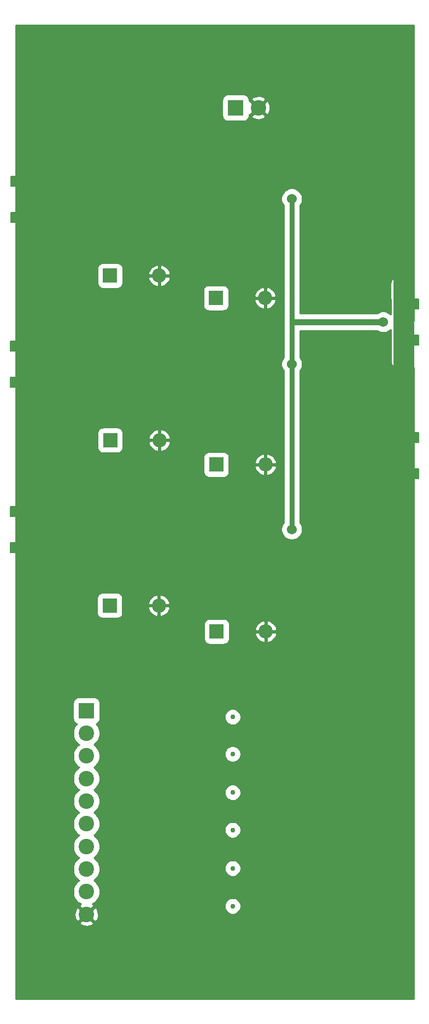
<source format=gbr>
G04 #@! TF.GenerationSoftware,KiCad,Pcbnew,(5.1.4)-1*
G04 #@! TF.CreationDate,2020-06-15T02:55:38-04:00*
G04 #@! TF.ProjectId,eth_sw_matrix_7,6574685f-7377-45f6-9d61-747269785f37,rev?*
G04 #@! TF.SameCoordinates,Original*
G04 #@! TF.FileFunction,Copper,L4,Bot*
G04 #@! TF.FilePolarity,Positive*
%FSLAX46Y46*%
G04 Gerber Fmt 4.6, Leading zero omitted, Abs format (unit mm)*
G04 Created by KiCad (PCBNEW (5.1.4)-1) date 2020-06-15 02:55:38*
%MOMM*%
%LPD*%
G04 APERTURE LIST*
%ADD10C,0.100000*%
%ADD11C,0.127000*%
%ADD12O,2.200000X2.200000*%
%ADD13R,2.200000X2.200000*%
%ADD14C,2.400000*%
%ADD15R,2.400000X2.400000*%
%ADD16C,0.762000*%
%ADD17C,5.080000*%
%ADD18C,1.524000*%
%ADD19C,0.762000*%
%ADD20C,0.889000*%
%ADD21C,0.254000*%
G04 APERTURE END LIST*
D10*
G36*
X183273700Y-122986800D02*
G01*
X180130450Y-122986800D01*
X180143150Y-107899200D01*
X183299100Y-107899200D01*
X183273700Y-122986800D01*
G37*
X183273700Y-122986800D02*
X180130450Y-122986800D01*
X180143150Y-107899200D01*
X183299100Y-107899200D01*
X183273700Y-122986800D01*
G36*
X183337200Y-143916400D02*
G01*
X178511200Y-143916400D01*
X178511200Y-128524000D01*
X183337200Y-128524000D01*
X183337200Y-143916400D01*
G37*
X183337200Y-143916400D02*
X178511200Y-143916400D01*
X178511200Y-128524000D01*
X183337200Y-128524000D01*
X183337200Y-143916400D01*
G36*
X126860300Y-155448000D02*
G01*
X121526300Y-155448000D01*
X121500900Y-139192000D01*
X126834900Y-139192000D01*
X126860300Y-155448000D01*
G37*
X126860300Y-155448000D02*
X121526300Y-155448000D01*
X121500900Y-139192000D01*
X126834900Y-139192000D01*
X126860300Y-155448000D01*
G36*
X126492000Y-129794000D02*
G01*
X121513600Y-129794000D01*
X121513600Y-114096800D01*
X126492000Y-114096800D01*
X126492000Y-129794000D01*
G37*
X126492000Y-129794000D02*
X121513600Y-129794000D01*
X121513600Y-114096800D01*
X126492000Y-114096800D01*
X126492000Y-129794000D01*
G36*
X126822200Y-104546400D02*
G01*
X121539000Y-104546400D01*
X121488200Y-88442800D01*
X126771400Y-88442800D01*
X126822200Y-104546400D01*
G37*
X126822200Y-104546400D02*
X121539000Y-104546400D01*
X121488200Y-88442800D01*
X126771400Y-88442800D01*
X126822200Y-104546400D01*
D11*
G36*
X120815100Y-94386400D02*
G01*
X120815100Y-92862400D01*
X124117100Y-92862400D01*
X124117100Y-94386400D01*
X120815100Y-94386400D01*
G37*
X120815100Y-94386400D02*
X120815100Y-92862400D01*
X124117100Y-92862400D01*
X124117100Y-94386400D01*
X120815100Y-94386400D01*
G36*
X120815100Y-99974400D02*
G01*
X120815100Y-98450400D01*
X124117100Y-98450400D01*
X124117100Y-99974400D01*
X120815100Y-99974400D01*
G37*
X120815100Y-99974400D02*
X120815100Y-98450400D01*
X124117100Y-98450400D01*
X124117100Y-99974400D01*
X120815100Y-99974400D01*
G36*
X120789700Y-125476000D02*
G01*
X120789700Y-123952000D01*
X124091700Y-123952000D01*
X124091700Y-125476000D01*
X120789700Y-125476000D01*
G37*
X120789700Y-125476000D02*
X120789700Y-123952000D01*
X124091700Y-123952000D01*
X124091700Y-125476000D01*
X120789700Y-125476000D01*
G36*
X120789700Y-119888000D02*
G01*
X120789700Y-118364000D01*
X124091700Y-118364000D01*
X124091700Y-119888000D01*
X120789700Y-119888000D01*
G37*
X120789700Y-119888000D02*
X120789700Y-118364000D01*
X124091700Y-118364000D01*
X124091700Y-119888000D01*
X120789700Y-119888000D01*
G36*
X120789700Y-145440400D02*
G01*
X120789700Y-143916400D01*
X124091700Y-143916400D01*
X124091700Y-145440400D01*
X120789700Y-145440400D01*
G37*
X120789700Y-145440400D02*
X120789700Y-143916400D01*
X124091700Y-143916400D01*
X124091700Y-145440400D01*
X120789700Y-145440400D01*
G36*
X120789700Y-151028400D02*
G01*
X120789700Y-149504400D01*
X124091700Y-149504400D01*
X124091700Y-151028400D01*
X120789700Y-151028400D01*
G37*
X120789700Y-151028400D02*
X120789700Y-149504400D01*
X124091700Y-149504400D01*
X124091700Y-151028400D01*
X120789700Y-151028400D01*
G36*
X184010300Y-138074400D02*
G01*
X184010300Y-139598400D01*
X180708300Y-139598400D01*
X180708300Y-138074400D01*
X184010300Y-138074400D01*
G37*
X184010300Y-138074400D02*
X184010300Y-139598400D01*
X180708300Y-139598400D01*
X180708300Y-138074400D01*
X184010300Y-138074400D01*
G36*
X184010300Y-132486400D02*
G01*
X184010300Y-134010400D01*
X180708300Y-134010400D01*
X180708300Y-132486400D01*
X184010300Y-132486400D01*
G37*
X184010300Y-132486400D02*
X184010300Y-134010400D01*
X180708300Y-134010400D01*
X180708300Y-132486400D01*
X184010300Y-132486400D01*
G36*
X183959500Y-111861600D02*
G01*
X183959500Y-113385600D01*
X180657500Y-113385600D01*
X180657500Y-111861600D01*
X183959500Y-111861600D01*
G37*
X183959500Y-111861600D02*
X183959500Y-113385600D01*
X180657500Y-113385600D01*
X180657500Y-111861600D01*
X183959500Y-111861600D01*
G36*
X183959500Y-117449600D02*
G01*
X183959500Y-118973600D01*
X180657500Y-118973600D01*
X180657500Y-117449600D01*
X183959500Y-117449600D01*
G37*
X183959500Y-117449600D02*
X183959500Y-118973600D01*
X180657500Y-118973600D01*
X180657500Y-117449600D01*
X183959500Y-117449600D01*
D12*
X143814800Y-108254800D03*
D13*
X136194800Y-108254800D03*
D12*
X143832580Y-133705600D03*
D13*
X136212580Y-133705600D03*
D14*
X159151200Y-82296000D03*
D15*
X155651200Y-82296000D03*
X132537200Y-175514000D03*
D14*
X132537200Y-179014000D03*
X132537200Y-182514000D03*
X132537200Y-186014000D03*
X132537200Y-189514000D03*
X132537200Y-193014000D03*
X132537200Y-196514000D03*
X132537200Y-200014000D03*
X132537200Y-203514000D03*
X132537200Y-207014000D03*
D12*
X143764000Y-159258000D03*
D13*
X136144000Y-159258000D03*
X152603200Y-111709200D03*
D12*
X160223200Y-111709200D03*
D13*
X152654000Y-137464800D03*
D12*
X160274000Y-137464800D03*
X160324800Y-163271200D03*
D13*
X152704800Y-163271200D03*
D16*
X176885600Y-125526800D03*
X176885600Y-129590800D03*
X176885600Y-121462800D03*
X149656800Y-153060400D03*
X146608800Y-149352000D03*
X149656800Y-149352000D03*
X146608800Y-153060400D03*
X146608800Y-123850400D03*
X149656800Y-127558800D03*
X146608800Y-127558800D03*
X149656800Y-123850400D03*
X149656800Y-98399600D03*
X149656800Y-102108000D03*
X146608800Y-102108000D03*
X171805600Y-109321600D03*
X166776400Y-109321600D03*
X171907200Y-121462800D03*
X171907200Y-125526800D03*
X171907200Y-129590800D03*
X166827200Y-138023600D03*
X166827200Y-142087600D03*
X166827200Y-146151600D03*
X166827200Y-150215600D03*
X171856400Y-150215600D03*
X171856400Y-146151600D03*
X171856400Y-142087600D03*
X171856400Y-138277600D03*
X176834800Y-138277600D03*
X166827200Y-121462800D03*
X166827200Y-125526800D03*
X147718780Y-140004800D03*
X131216400Y-149961600D03*
X127050800Y-144983200D03*
X127101600Y-149961600D03*
X131165600Y-144983200D03*
X127609600Y-93929200D03*
X131724400Y-93929200D03*
X131775200Y-98907600D03*
X127660400Y-98907600D03*
X176936400Y-117398800D03*
X176885600Y-133959600D03*
X171907200Y-113385600D03*
X166776400Y-113385600D03*
X176987200Y-113385600D03*
X166827200Y-133959600D03*
X171907200Y-133959600D03*
X166827200Y-117398800D03*
X171907200Y-117398800D03*
X127101600Y-124307600D03*
X131216400Y-124307600D03*
X127050800Y-119329200D03*
X131165600Y-119329200D03*
D17*
X127000000Y-74930000D03*
X177800000Y-214757000D03*
X127000000Y-214757000D03*
D16*
X147820380Y-114452400D03*
X147675600Y-88874600D03*
D17*
X177800000Y-74930000D03*
D16*
X146608800Y-98399600D03*
X155194000Y-176479200D03*
X155194000Y-182219600D03*
X155194000Y-188163200D03*
X155194000Y-193954400D03*
X155194000Y-199898000D03*
X155194000Y-205740000D03*
D18*
X164338000Y-147472400D03*
X164338000Y-121920000D03*
X164338000Y-96367600D03*
X178511200Y-115417600D03*
D19*
X164338000Y-121767600D02*
X164338000Y-123024835D01*
X164338000Y-123177235D02*
X164338000Y-147472400D01*
X164338000Y-121920000D02*
X164338000Y-123177235D01*
D20*
X178511200Y-115417600D02*
X164439600Y-115417600D01*
D19*
X164338000Y-97624835D02*
X164338000Y-115316000D01*
X164338000Y-115316000D02*
X164338000Y-121920000D01*
X164338000Y-96367600D02*
X164338000Y-97624835D01*
D21*
G36*
X183236000Y-108531534D02*
G01*
X183234728Y-108531143D01*
X183151429Y-108504719D01*
X183147172Y-108504241D01*
X183143079Y-108502984D01*
X183056128Y-108494030D01*
X182969310Y-108484292D01*
X182961002Y-108484234D01*
X182960782Y-108484211D01*
X182960571Y-108484231D01*
X182956200Y-108484200D01*
X180568600Y-108484200D01*
X180479682Y-108492918D01*
X180390712Y-108501204D01*
X180388506Y-108501858D01*
X180386214Y-108502083D01*
X180300660Y-108527913D01*
X180215016Y-108553315D01*
X180212978Y-108554386D01*
X180210775Y-108555051D01*
X180131924Y-108596977D01*
X180052788Y-108638560D01*
X180050996Y-108640007D01*
X180048965Y-108641087D01*
X179979721Y-108697561D01*
X179910208Y-108753692D01*
X179908733Y-108755457D01*
X179906948Y-108756913D01*
X179850013Y-108825737D01*
X179792705Y-108894325D01*
X179791599Y-108896348D01*
X179790134Y-108898118D01*
X179747675Y-108976645D01*
X179704757Y-109055103D01*
X179704066Y-109057299D01*
X179702971Y-109059323D01*
X179676566Y-109144622D01*
X179649711Y-109229901D01*
X179649459Y-109232191D01*
X179648779Y-109234388D01*
X179639434Y-109323295D01*
X179629667Y-109412063D01*
X179629645Y-109416432D01*
X179629623Y-109416645D01*
X179629643Y-109416867D01*
X179629602Y-109425173D01*
X179639657Y-114211191D01*
X179563651Y-114135185D01*
X179293242Y-113954503D01*
X178992779Y-113830047D01*
X178673809Y-113766600D01*
X178348591Y-113766600D01*
X178029621Y-113830047D01*
X177729158Y-113954503D01*
X177535203Y-114084100D01*
X165608000Y-114084100D01*
X165608000Y-97432466D01*
X165620415Y-97420051D01*
X165801097Y-97149642D01*
X165925553Y-96849179D01*
X165989000Y-96530209D01*
X165989000Y-96204991D01*
X165925553Y-95886021D01*
X165801097Y-95585558D01*
X165620415Y-95315149D01*
X165390451Y-95085185D01*
X165120042Y-94904503D01*
X164819579Y-94780047D01*
X164500609Y-94716600D01*
X164175391Y-94716600D01*
X163856421Y-94780047D01*
X163555958Y-94904503D01*
X163285549Y-95085185D01*
X163055585Y-95315149D01*
X162874903Y-95585558D01*
X162750447Y-95886021D01*
X162687000Y-96204991D01*
X162687000Y-96530209D01*
X162750447Y-96849179D01*
X162874903Y-97149642D01*
X163055585Y-97420051D01*
X163068000Y-97432466D01*
X163068000Y-97562456D01*
X163068001Y-115253611D01*
X163068000Y-115253621D01*
X163068001Y-120855133D01*
X163055585Y-120867549D01*
X162874903Y-121137958D01*
X162750447Y-121438421D01*
X162687000Y-121757391D01*
X162687000Y-122082609D01*
X162750447Y-122401579D01*
X162874903Y-122702042D01*
X163055585Y-122972451D01*
X163068000Y-122984866D01*
X163068000Y-123114856D01*
X163068001Y-146407533D01*
X163055585Y-146419949D01*
X162874903Y-146690358D01*
X162750447Y-146990821D01*
X162687000Y-147309791D01*
X162687000Y-147635009D01*
X162750447Y-147953979D01*
X162874903Y-148254442D01*
X163055585Y-148524851D01*
X163285549Y-148754815D01*
X163555958Y-148935497D01*
X163856421Y-149059953D01*
X164175391Y-149123400D01*
X164500609Y-149123400D01*
X164819579Y-149059953D01*
X165120042Y-148935497D01*
X165390451Y-148754815D01*
X165620415Y-148524851D01*
X165801097Y-148254442D01*
X165925553Y-147953979D01*
X165989000Y-147635009D01*
X165989000Y-147309791D01*
X165925553Y-146990821D01*
X165801097Y-146690358D01*
X165620415Y-146419949D01*
X165608000Y-146407534D01*
X165608000Y-122984866D01*
X165620415Y-122972451D01*
X165801097Y-122702042D01*
X165925553Y-122401579D01*
X165989000Y-122082609D01*
X165989000Y-121757391D01*
X165925553Y-121438421D01*
X165801097Y-121137958D01*
X165620415Y-120867549D01*
X165608000Y-120855134D01*
X165608000Y-116751100D01*
X177535203Y-116751100D01*
X177729158Y-116880697D01*
X178029621Y-117005153D01*
X178348591Y-117068600D01*
X178673809Y-117068600D01*
X178992779Y-117005153D01*
X179293242Y-116880697D01*
X179563651Y-116700015D01*
X179644715Y-116618951D01*
X179655002Y-121515573D01*
X179663713Y-121602536D01*
X179671632Y-121689551D01*
X179672841Y-121693659D01*
X179673268Y-121697921D01*
X179698694Y-121781501D01*
X179723374Y-121865356D01*
X179725360Y-121869154D01*
X179726605Y-121873248D01*
X179767779Y-121950295D01*
X179808278Y-122027762D01*
X179810961Y-122031099D01*
X179812980Y-122034877D01*
X179868393Y-122102530D01*
X179923110Y-122170584D01*
X179926387Y-122173333D01*
X179929104Y-122176651D01*
X179996584Y-122232236D01*
X180063496Y-122288382D01*
X180067251Y-122290446D01*
X180070555Y-122293168D01*
X180147514Y-122334571D01*
X180224089Y-122376668D01*
X180228169Y-122377962D01*
X180231942Y-122379992D01*
X180315472Y-122405657D01*
X180398771Y-122432081D01*
X180403028Y-122432559D01*
X180407121Y-122433816D01*
X180494072Y-122442770D01*
X180580890Y-122452508D01*
X180589198Y-122452566D01*
X180589418Y-122452589D01*
X180589629Y-122452569D01*
X180594000Y-122452600D01*
X182981600Y-122452600D01*
X183070414Y-122443892D01*
X183159488Y-122435597D01*
X183161699Y-122434941D01*
X183163986Y-122434717D01*
X183236000Y-122412975D01*
X183236000Y-129158914D01*
X183175003Y-129125933D01*
X183097511Y-129083332D01*
X183094372Y-129082336D01*
X183091477Y-129080771D01*
X183007122Y-129054659D01*
X182922829Y-129027919D01*
X182919554Y-129027552D01*
X182916412Y-129026579D01*
X182828540Y-129017343D01*
X182740710Y-129007492D01*
X182734389Y-129007448D01*
X182734155Y-129007423D01*
X182733920Y-129007444D01*
X182727600Y-129007400D01*
X179628800Y-129007400D01*
X179540860Y-129016022D01*
X179452849Y-129024032D01*
X179449690Y-129024962D01*
X179446414Y-129025283D01*
X179361844Y-129050816D01*
X179277044Y-129075774D01*
X179274125Y-129077300D01*
X179270975Y-129078251D01*
X179192983Y-129119720D01*
X179114638Y-129160678D01*
X179112071Y-129162742D01*
X179109165Y-129164287D01*
X179040684Y-129220139D01*
X178971816Y-129275510D01*
X178969700Y-129278031D01*
X178967148Y-129280113D01*
X178910837Y-129348181D01*
X178854018Y-129415896D01*
X178852430Y-129418784D01*
X178850334Y-129421318D01*
X178808333Y-129498997D01*
X178765732Y-129576489D01*
X178764736Y-129579628D01*
X178763171Y-129582523D01*
X178737059Y-129666878D01*
X178710319Y-129751171D01*
X178709952Y-129754446D01*
X178708979Y-129757588D01*
X178699743Y-129845460D01*
X178689892Y-129933290D01*
X178689848Y-129939611D01*
X178689823Y-129939845D01*
X178689844Y-129940080D01*
X178689800Y-129946400D01*
X178689800Y-142341600D01*
X178698422Y-142429540D01*
X178706432Y-142517551D01*
X178707362Y-142520710D01*
X178707683Y-142523986D01*
X178733216Y-142608556D01*
X178758174Y-142693356D01*
X178759700Y-142696275D01*
X178760651Y-142699425D01*
X178802120Y-142777417D01*
X178843078Y-142855762D01*
X178845142Y-142858329D01*
X178846687Y-142861235D01*
X178902539Y-142929716D01*
X178957910Y-142998584D01*
X178960431Y-143000700D01*
X178962513Y-143003252D01*
X179030581Y-143059563D01*
X179098296Y-143116382D01*
X179101184Y-143117970D01*
X179103718Y-143120066D01*
X179181397Y-143162067D01*
X179258889Y-143204668D01*
X179262028Y-143205664D01*
X179264923Y-143207229D01*
X179349278Y-143233341D01*
X179433571Y-143260081D01*
X179436846Y-143260448D01*
X179439988Y-143261421D01*
X179527860Y-143270657D01*
X179615690Y-143280508D01*
X179622011Y-143280552D01*
X179622245Y-143280577D01*
X179622480Y-143280556D01*
X179628800Y-143280600D01*
X182727600Y-143280600D01*
X182815540Y-143271978D01*
X182903551Y-143263968D01*
X182906710Y-143263038D01*
X182909986Y-143262717D01*
X182994556Y-143237184D01*
X183079356Y-143212226D01*
X183082275Y-143210700D01*
X183085425Y-143209749D01*
X183163417Y-143168280D01*
X183236000Y-143130334D01*
X183236001Y-220066000D01*
X121564000Y-220066000D01*
X121564000Y-208291980D01*
X131438826Y-208291980D01*
X131558714Y-208576836D01*
X131882410Y-208737699D01*
X132231269Y-208832322D01*
X132591884Y-208857067D01*
X132950398Y-208810985D01*
X133293033Y-208695846D01*
X133515686Y-208576836D01*
X133635574Y-208291980D01*
X132537200Y-207193605D01*
X131438826Y-208291980D01*
X121564000Y-208291980D01*
X121564000Y-207068684D01*
X130694133Y-207068684D01*
X130740215Y-207427198D01*
X130855354Y-207769833D01*
X130974364Y-207992486D01*
X131259220Y-208112374D01*
X132357595Y-207014000D01*
X132716805Y-207014000D01*
X133815180Y-208112374D01*
X134100036Y-207992486D01*
X134260899Y-207668790D01*
X134355522Y-207319931D01*
X134380267Y-206959316D01*
X134334185Y-206600802D01*
X134219046Y-206258167D01*
X134100036Y-206035514D01*
X133815180Y-205915626D01*
X132716805Y-207014000D01*
X132357595Y-207014000D01*
X131259220Y-205915626D01*
X130974364Y-206035514D01*
X130813501Y-206359210D01*
X130718878Y-206708069D01*
X130694133Y-207068684D01*
X121564000Y-207068684D01*
X121564000Y-174314000D01*
X130443899Y-174314000D01*
X130443899Y-176714000D01*
X130461064Y-176888274D01*
X130511897Y-177055851D01*
X130594447Y-177210291D01*
X130705541Y-177345659D01*
X130840909Y-177456753D01*
X130995349Y-177539303D01*
X131043115Y-177553793D01*
X130914568Y-177682340D01*
X130685952Y-178024487D01*
X130528479Y-178404661D01*
X130448200Y-178808251D01*
X130448200Y-179219749D01*
X130528479Y-179623339D01*
X130685952Y-180003513D01*
X130914568Y-180345660D01*
X131205540Y-180636632D01*
X131396159Y-180764000D01*
X131205540Y-180891368D01*
X130914568Y-181182340D01*
X130685952Y-181524487D01*
X130528479Y-181904661D01*
X130448200Y-182308251D01*
X130448200Y-182719749D01*
X130528479Y-183123339D01*
X130685952Y-183503513D01*
X130914568Y-183845660D01*
X131205540Y-184136632D01*
X131396159Y-184264000D01*
X131205540Y-184391368D01*
X130914568Y-184682340D01*
X130685952Y-185024487D01*
X130528479Y-185404661D01*
X130448200Y-185808251D01*
X130448200Y-186219749D01*
X130528479Y-186623339D01*
X130685952Y-187003513D01*
X130914568Y-187345660D01*
X131205540Y-187636632D01*
X131396159Y-187764000D01*
X131205540Y-187891368D01*
X130914568Y-188182340D01*
X130685952Y-188524487D01*
X130528479Y-188904661D01*
X130448200Y-189308251D01*
X130448200Y-189719749D01*
X130528479Y-190123339D01*
X130685952Y-190503513D01*
X130914568Y-190845660D01*
X131205540Y-191136632D01*
X131396159Y-191264000D01*
X131205540Y-191391368D01*
X130914568Y-191682340D01*
X130685952Y-192024487D01*
X130528479Y-192404661D01*
X130448200Y-192808251D01*
X130448200Y-193219749D01*
X130528479Y-193623339D01*
X130685952Y-194003513D01*
X130914568Y-194345660D01*
X131205540Y-194636632D01*
X131396159Y-194764000D01*
X131205540Y-194891368D01*
X130914568Y-195182340D01*
X130685952Y-195524487D01*
X130528479Y-195904661D01*
X130448200Y-196308251D01*
X130448200Y-196719749D01*
X130528479Y-197123339D01*
X130685952Y-197503513D01*
X130914568Y-197845660D01*
X131205540Y-198136632D01*
X131396159Y-198264000D01*
X131205540Y-198391368D01*
X130914568Y-198682340D01*
X130685952Y-199024487D01*
X130528479Y-199404661D01*
X130448200Y-199808251D01*
X130448200Y-200219749D01*
X130528479Y-200623339D01*
X130685952Y-201003513D01*
X130914568Y-201345660D01*
X131205540Y-201636632D01*
X131396159Y-201764000D01*
X131205540Y-201891368D01*
X130914568Y-202182340D01*
X130685952Y-202524487D01*
X130528479Y-202904661D01*
X130448200Y-203308251D01*
X130448200Y-203719749D01*
X130528479Y-204123339D01*
X130685952Y-204503513D01*
X130914568Y-204845660D01*
X131205540Y-205136632D01*
X131547687Y-205365248D01*
X131644459Y-205405332D01*
X131558714Y-205451164D01*
X131438826Y-205736020D01*
X132537200Y-206834395D01*
X133635574Y-205736020D01*
X133584605Y-205614916D01*
X153924000Y-205614916D01*
X153924000Y-205865084D01*
X153972805Y-206110445D01*
X154068541Y-206341571D01*
X154207527Y-206549578D01*
X154384422Y-206726473D01*
X154592429Y-206865459D01*
X154823555Y-206961195D01*
X155068916Y-207010000D01*
X155319084Y-207010000D01*
X155564445Y-206961195D01*
X155795571Y-206865459D01*
X156003578Y-206726473D01*
X156180473Y-206549578D01*
X156319459Y-206341571D01*
X156415195Y-206110445D01*
X156464000Y-205865084D01*
X156464000Y-205614916D01*
X156415195Y-205369555D01*
X156319459Y-205138429D01*
X156180473Y-204930422D01*
X156003578Y-204753527D01*
X155795571Y-204614541D01*
X155564445Y-204518805D01*
X155319084Y-204470000D01*
X155068916Y-204470000D01*
X154823555Y-204518805D01*
X154592429Y-204614541D01*
X154384422Y-204753527D01*
X154207527Y-204930422D01*
X154068541Y-205138429D01*
X153972805Y-205369555D01*
X153924000Y-205614916D01*
X133584605Y-205614916D01*
X133515686Y-205451164D01*
X133426407Y-205406796D01*
X133526713Y-205365248D01*
X133868860Y-205136632D01*
X134159832Y-204845660D01*
X134388448Y-204503513D01*
X134545921Y-204123339D01*
X134626200Y-203719749D01*
X134626200Y-203308251D01*
X134545921Y-202904661D01*
X134388448Y-202524487D01*
X134159832Y-202182340D01*
X133868860Y-201891368D01*
X133678241Y-201764000D01*
X133868860Y-201636632D01*
X134159832Y-201345660D01*
X134388448Y-201003513D01*
X134545921Y-200623339D01*
X134626200Y-200219749D01*
X134626200Y-199808251D01*
X134619172Y-199772916D01*
X153924000Y-199772916D01*
X153924000Y-200023084D01*
X153972805Y-200268445D01*
X154068541Y-200499571D01*
X154207527Y-200707578D01*
X154384422Y-200884473D01*
X154592429Y-201023459D01*
X154823555Y-201119195D01*
X155068916Y-201168000D01*
X155319084Y-201168000D01*
X155564445Y-201119195D01*
X155795571Y-201023459D01*
X156003578Y-200884473D01*
X156180473Y-200707578D01*
X156319459Y-200499571D01*
X156415195Y-200268445D01*
X156464000Y-200023084D01*
X156464000Y-199772916D01*
X156415195Y-199527555D01*
X156319459Y-199296429D01*
X156180473Y-199088422D01*
X156003578Y-198911527D01*
X155795571Y-198772541D01*
X155564445Y-198676805D01*
X155319084Y-198628000D01*
X155068916Y-198628000D01*
X154823555Y-198676805D01*
X154592429Y-198772541D01*
X154384422Y-198911527D01*
X154207527Y-199088422D01*
X154068541Y-199296429D01*
X153972805Y-199527555D01*
X153924000Y-199772916D01*
X134619172Y-199772916D01*
X134545921Y-199404661D01*
X134388448Y-199024487D01*
X134159832Y-198682340D01*
X133868860Y-198391368D01*
X133678241Y-198264000D01*
X133868860Y-198136632D01*
X134159832Y-197845660D01*
X134388448Y-197503513D01*
X134545921Y-197123339D01*
X134626200Y-196719749D01*
X134626200Y-196308251D01*
X134545921Y-195904661D01*
X134388448Y-195524487D01*
X134159832Y-195182340D01*
X133868860Y-194891368D01*
X133678241Y-194764000D01*
X133868860Y-194636632D01*
X134159832Y-194345660D01*
X134388448Y-194003513D01*
X134460602Y-193829316D01*
X153924000Y-193829316D01*
X153924000Y-194079484D01*
X153972805Y-194324845D01*
X154068541Y-194555971D01*
X154207527Y-194763978D01*
X154384422Y-194940873D01*
X154592429Y-195079859D01*
X154823555Y-195175595D01*
X155068916Y-195224400D01*
X155319084Y-195224400D01*
X155564445Y-195175595D01*
X155795571Y-195079859D01*
X156003578Y-194940873D01*
X156180473Y-194763978D01*
X156319459Y-194555971D01*
X156415195Y-194324845D01*
X156464000Y-194079484D01*
X156464000Y-193829316D01*
X156415195Y-193583955D01*
X156319459Y-193352829D01*
X156180473Y-193144822D01*
X156003578Y-192967927D01*
X155795571Y-192828941D01*
X155564445Y-192733205D01*
X155319084Y-192684400D01*
X155068916Y-192684400D01*
X154823555Y-192733205D01*
X154592429Y-192828941D01*
X154384422Y-192967927D01*
X154207527Y-193144822D01*
X154068541Y-193352829D01*
X153972805Y-193583955D01*
X153924000Y-193829316D01*
X134460602Y-193829316D01*
X134545921Y-193623339D01*
X134626200Y-193219749D01*
X134626200Y-192808251D01*
X134545921Y-192404661D01*
X134388448Y-192024487D01*
X134159832Y-191682340D01*
X133868860Y-191391368D01*
X133678241Y-191264000D01*
X133868860Y-191136632D01*
X134159832Y-190845660D01*
X134388448Y-190503513D01*
X134545921Y-190123339D01*
X134626200Y-189719749D01*
X134626200Y-189308251D01*
X134545921Y-188904661D01*
X134388448Y-188524487D01*
X134159832Y-188182340D01*
X134015608Y-188038116D01*
X153924000Y-188038116D01*
X153924000Y-188288284D01*
X153972805Y-188533645D01*
X154068541Y-188764771D01*
X154207527Y-188972778D01*
X154384422Y-189149673D01*
X154592429Y-189288659D01*
X154823555Y-189384395D01*
X155068916Y-189433200D01*
X155319084Y-189433200D01*
X155564445Y-189384395D01*
X155795571Y-189288659D01*
X156003578Y-189149673D01*
X156180473Y-188972778D01*
X156319459Y-188764771D01*
X156415195Y-188533645D01*
X156464000Y-188288284D01*
X156464000Y-188038116D01*
X156415195Y-187792755D01*
X156319459Y-187561629D01*
X156180473Y-187353622D01*
X156003578Y-187176727D01*
X155795571Y-187037741D01*
X155564445Y-186942005D01*
X155319084Y-186893200D01*
X155068916Y-186893200D01*
X154823555Y-186942005D01*
X154592429Y-187037741D01*
X154384422Y-187176727D01*
X154207527Y-187353622D01*
X154068541Y-187561629D01*
X153972805Y-187792755D01*
X153924000Y-188038116D01*
X134015608Y-188038116D01*
X133868860Y-187891368D01*
X133678241Y-187764000D01*
X133868860Y-187636632D01*
X134159832Y-187345660D01*
X134388448Y-187003513D01*
X134545921Y-186623339D01*
X134626200Y-186219749D01*
X134626200Y-185808251D01*
X134545921Y-185404661D01*
X134388448Y-185024487D01*
X134159832Y-184682340D01*
X133868860Y-184391368D01*
X133678241Y-184264000D01*
X133868860Y-184136632D01*
X134159832Y-183845660D01*
X134388448Y-183503513D01*
X134545921Y-183123339D01*
X134626200Y-182719749D01*
X134626200Y-182308251D01*
X134583686Y-182094516D01*
X153924000Y-182094516D01*
X153924000Y-182344684D01*
X153972805Y-182590045D01*
X154068541Y-182821171D01*
X154207527Y-183029178D01*
X154384422Y-183206073D01*
X154592429Y-183345059D01*
X154823555Y-183440795D01*
X155068916Y-183489600D01*
X155319084Y-183489600D01*
X155564445Y-183440795D01*
X155795571Y-183345059D01*
X156003578Y-183206073D01*
X156180473Y-183029178D01*
X156319459Y-182821171D01*
X156415195Y-182590045D01*
X156464000Y-182344684D01*
X156464000Y-182094516D01*
X156415195Y-181849155D01*
X156319459Y-181618029D01*
X156180473Y-181410022D01*
X156003578Y-181233127D01*
X155795571Y-181094141D01*
X155564445Y-180998405D01*
X155319084Y-180949600D01*
X155068916Y-180949600D01*
X154823555Y-180998405D01*
X154592429Y-181094141D01*
X154384422Y-181233127D01*
X154207527Y-181410022D01*
X154068541Y-181618029D01*
X153972805Y-181849155D01*
X153924000Y-182094516D01*
X134583686Y-182094516D01*
X134545921Y-181904661D01*
X134388448Y-181524487D01*
X134159832Y-181182340D01*
X133868860Y-180891368D01*
X133678241Y-180764000D01*
X133868860Y-180636632D01*
X134159832Y-180345660D01*
X134388448Y-180003513D01*
X134545921Y-179623339D01*
X134626200Y-179219749D01*
X134626200Y-178808251D01*
X134545921Y-178404661D01*
X134388448Y-178024487D01*
X134159832Y-177682340D01*
X134031285Y-177553793D01*
X134079051Y-177539303D01*
X134233491Y-177456753D01*
X134368859Y-177345659D01*
X134479953Y-177210291D01*
X134562503Y-177055851D01*
X134613336Y-176888274D01*
X134630501Y-176714000D01*
X134630501Y-176354116D01*
X153924000Y-176354116D01*
X153924000Y-176604284D01*
X153972805Y-176849645D01*
X154068541Y-177080771D01*
X154207527Y-177288778D01*
X154384422Y-177465673D01*
X154592429Y-177604659D01*
X154823555Y-177700395D01*
X155068916Y-177749200D01*
X155319084Y-177749200D01*
X155564445Y-177700395D01*
X155795571Y-177604659D01*
X156003578Y-177465673D01*
X156180473Y-177288778D01*
X156319459Y-177080771D01*
X156415195Y-176849645D01*
X156464000Y-176604284D01*
X156464000Y-176354116D01*
X156415195Y-176108755D01*
X156319459Y-175877629D01*
X156180473Y-175669622D01*
X156003578Y-175492727D01*
X155795571Y-175353741D01*
X155564445Y-175258005D01*
X155319084Y-175209200D01*
X155068916Y-175209200D01*
X154823555Y-175258005D01*
X154592429Y-175353741D01*
X154384422Y-175492727D01*
X154207527Y-175669622D01*
X154068541Y-175877629D01*
X153972805Y-176108755D01*
X153924000Y-176354116D01*
X134630501Y-176354116D01*
X134630501Y-174314000D01*
X134613336Y-174139726D01*
X134562503Y-173972149D01*
X134479953Y-173817709D01*
X134368859Y-173682341D01*
X134233491Y-173571247D01*
X134079051Y-173488697D01*
X133911474Y-173437864D01*
X133737200Y-173420699D01*
X131337200Y-173420699D01*
X131162926Y-173437864D01*
X130995349Y-173488697D01*
X130840909Y-173571247D01*
X130705541Y-173682341D01*
X130594447Y-173817709D01*
X130511897Y-173972149D01*
X130461064Y-174139726D01*
X130443899Y-174314000D01*
X121564000Y-174314000D01*
X121564000Y-162171200D01*
X150711499Y-162171200D01*
X150711499Y-164371200D01*
X150728664Y-164545474D01*
X150779497Y-164713051D01*
X150862047Y-164867491D01*
X150973141Y-165002859D01*
X151108509Y-165113953D01*
X151262949Y-165196503D01*
X151430526Y-165247336D01*
X151604800Y-165264501D01*
X153804800Y-165264501D01*
X153979074Y-165247336D01*
X154146651Y-165196503D01*
X154301091Y-165113953D01*
X154436459Y-165002859D01*
X154547553Y-164867491D01*
X154630103Y-164713051D01*
X154680936Y-164545474D01*
X154698101Y-164371200D01*
X154698101Y-163667322D01*
X158635625Y-163667322D01*
X158700225Y-163880294D01*
X158850269Y-164185529D01*
X159056978Y-164455627D01*
X159312409Y-164680208D01*
X159606746Y-164850642D01*
X159928677Y-164960379D01*
X160197800Y-164842800D01*
X160197800Y-163398200D01*
X160451800Y-163398200D01*
X160451800Y-164842800D01*
X160720923Y-164960379D01*
X161042854Y-164850642D01*
X161337191Y-164680208D01*
X161592622Y-164455627D01*
X161799331Y-164185529D01*
X161949375Y-163880294D01*
X162013975Y-163667322D01*
X161895925Y-163398200D01*
X160451800Y-163398200D01*
X160197800Y-163398200D01*
X158753675Y-163398200D01*
X158635625Y-163667322D01*
X154698101Y-163667322D01*
X154698101Y-162875078D01*
X158635625Y-162875078D01*
X158753675Y-163144200D01*
X160197800Y-163144200D01*
X160197800Y-161699600D01*
X160451800Y-161699600D01*
X160451800Y-163144200D01*
X161895925Y-163144200D01*
X162013975Y-162875078D01*
X161949375Y-162662106D01*
X161799331Y-162356871D01*
X161592622Y-162086773D01*
X161337191Y-161862192D01*
X161042854Y-161691758D01*
X160720923Y-161582021D01*
X160451800Y-161699600D01*
X160197800Y-161699600D01*
X159928677Y-161582021D01*
X159606746Y-161691758D01*
X159312409Y-161862192D01*
X159056978Y-162086773D01*
X158850269Y-162356871D01*
X158700225Y-162662106D01*
X158635625Y-162875078D01*
X154698101Y-162875078D01*
X154698101Y-162171200D01*
X154680936Y-161996926D01*
X154630103Y-161829349D01*
X154547553Y-161674909D01*
X154436459Y-161539541D01*
X154301091Y-161428447D01*
X154146651Y-161345897D01*
X153979074Y-161295064D01*
X153804800Y-161277899D01*
X151604800Y-161277899D01*
X151430526Y-161295064D01*
X151262949Y-161345897D01*
X151108509Y-161428447D01*
X150973141Y-161539541D01*
X150862047Y-161674909D01*
X150779497Y-161829349D01*
X150728664Y-161996926D01*
X150711499Y-162171200D01*
X121564000Y-162171200D01*
X121564000Y-158158000D01*
X134150699Y-158158000D01*
X134150699Y-160358000D01*
X134167864Y-160532274D01*
X134218697Y-160699851D01*
X134301247Y-160854291D01*
X134412341Y-160989659D01*
X134547709Y-161100753D01*
X134702149Y-161183303D01*
X134869726Y-161234136D01*
X135044000Y-161251301D01*
X137244000Y-161251301D01*
X137418274Y-161234136D01*
X137585851Y-161183303D01*
X137740291Y-161100753D01*
X137875659Y-160989659D01*
X137986753Y-160854291D01*
X138069303Y-160699851D01*
X138120136Y-160532274D01*
X138137301Y-160358000D01*
X138137301Y-159654122D01*
X142074825Y-159654122D01*
X142139425Y-159867094D01*
X142289469Y-160172329D01*
X142496178Y-160442427D01*
X142751609Y-160667008D01*
X143045946Y-160837442D01*
X143367877Y-160947179D01*
X143637000Y-160829600D01*
X143637000Y-159385000D01*
X143891000Y-159385000D01*
X143891000Y-160829600D01*
X144160123Y-160947179D01*
X144482054Y-160837442D01*
X144776391Y-160667008D01*
X145031822Y-160442427D01*
X145238531Y-160172329D01*
X145388575Y-159867094D01*
X145453175Y-159654122D01*
X145335125Y-159385000D01*
X143891000Y-159385000D01*
X143637000Y-159385000D01*
X142192875Y-159385000D01*
X142074825Y-159654122D01*
X138137301Y-159654122D01*
X138137301Y-158861878D01*
X142074825Y-158861878D01*
X142192875Y-159131000D01*
X143637000Y-159131000D01*
X143637000Y-157686400D01*
X143891000Y-157686400D01*
X143891000Y-159131000D01*
X145335125Y-159131000D01*
X145453175Y-158861878D01*
X145388575Y-158648906D01*
X145238531Y-158343671D01*
X145031822Y-158073573D01*
X144776391Y-157848992D01*
X144482054Y-157678558D01*
X144160123Y-157568821D01*
X143891000Y-157686400D01*
X143637000Y-157686400D01*
X143367877Y-157568821D01*
X143045946Y-157678558D01*
X142751609Y-157848992D01*
X142496178Y-158073573D01*
X142289469Y-158343671D01*
X142139425Y-158648906D01*
X142074825Y-158861878D01*
X138137301Y-158861878D01*
X138137301Y-158158000D01*
X138120136Y-157983726D01*
X138069303Y-157816149D01*
X137986753Y-157661709D01*
X137875659Y-157526341D01*
X137740291Y-157415247D01*
X137585851Y-157332697D01*
X137418274Y-157281864D01*
X137244000Y-157264699D01*
X135044000Y-157264699D01*
X134869726Y-157281864D01*
X134702149Y-157332697D01*
X134547709Y-157415247D01*
X134412341Y-157526341D01*
X134301247Y-157661709D01*
X134218697Y-157816149D01*
X134167864Y-157983726D01*
X134150699Y-158158000D01*
X121564000Y-158158000D01*
X121564000Y-154479816D01*
X121575781Y-154489563D01*
X121643496Y-154546382D01*
X121646384Y-154547970D01*
X121648918Y-154550066D01*
X121726597Y-154592067D01*
X121804089Y-154634668D01*
X121807228Y-154635664D01*
X121810123Y-154637229D01*
X121894478Y-154663341D01*
X121978771Y-154690081D01*
X121982046Y-154690448D01*
X121985188Y-154691421D01*
X122073060Y-154700657D01*
X122160890Y-154710508D01*
X122167211Y-154710552D01*
X122167445Y-154710577D01*
X122167680Y-154710556D01*
X122174000Y-154710600D01*
X125272800Y-154710600D01*
X125360740Y-154701978D01*
X125448751Y-154693968D01*
X125451910Y-154693038D01*
X125455186Y-154692717D01*
X125539756Y-154667184D01*
X125624556Y-154642226D01*
X125627475Y-154640700D01*
X125630625Y-154639749D01*
X125708617Y-154598280D01*
X125786962Y-154557322D01*
X125789529Y-154555258D01*
X125792435Y-154553713D01*
X125860916Y-154497861D01*
X125929784Y-154442490D01*
X125931900Y-154439969D01*
X125934452Y-154437887D01*
X125990763Y-154369819D01*
X126047582Y-154302104D01*
X126049170Y-154299216D01*
X126051266Y-154296682D01*
X126093267Y-154219003D01*
X126135868Y-154141511D01*
X126136864Y-154138372D01*
X126138429Y-154135477D01*
X126164541Y-154051122D01*
X126191281Y-153966829D01*
X126191648Y-153963554D01*
X126192621Y-153960412D01*
X126201857Y-153872540D01*
X126211708Y-153784710D01*
X126211752Y-153778389D01*
X126211777Y-153778155D01*
X126211756Y-153777920D01*
X126211800Y-153771600D01*
X126211800Y-141071600D01*
X126203178Y-140983660D01*
X126195168Y-140895649D01*
X126194238Y-140892490D01*
X126193917Y-140889214D01*
X126168384Y-140804644D01*
X126143426Y-140719844D01*
X126141900Y-140716925D01*
X126140949Y-140713775D01*
X126099480Y-140635783D01*
X126058522Y-140557438D01*
X126056458Y-140554871D01*
X126054913Y-140551965D01*
X125999061Y-140483484D01*
X125943690Y-140414616D01*
X125941169Y-140412500D01*
X125939087Y-140409948D01*
X125871019Y-140353637D01*
X125803304Y-140296818D01*
X125800416Y-140295230D01*
X125797882Y-140293134D01*
X125720203Y-140251133D01*
X125642711Y-140208532D01*
X125639572Y-140207536D01*
X125636677Y-140205971D01*
X125552322Y-140179859D01*
X125468029Y-140153119D01*
X125464754Y-140152752D01*
X125461612Y-140151779D01*
X125373740Y-140142543D01*
X125285910Y-140132692D01*
X125279589Y-140132648D01*
X125279355Y-140132623D01*
X125279120Y-140132644D01*
X125272800Y-140132600D01*
X122174000Y-140132600D01*
X122086060Y-140141222D01*
X121998049Y-140149232D01*
X121994890Y-140150162D01*
X121991614Y-140150483D01*
X121907044Y-140176016D01*
X121822244Y-140200974D01*
X121819325Y-140202500D01*
X121816175Y-140203451D01*
X121738183Y-140244920D01*
X121659838Y-140285878D01*
X121657271Y-140287942D01*
X121654365Y-140289487D01*
X121585884Y-140345339D01*
X121564000Y-140362934D01*
X121564000Y-136364800D01*
X150660699Y-136364800D01*
X150660699Y-138564800D01*
X150677864Y-138739074D01*
X150728697Y-138906651D01*
X150811247Y-139061091D01*
X150922341Y-139196459D01*
X151057709Y-139307553D01*
X151212149Y-139390103D01*
X151379726Y-139440936D01*
X151554000Y-139458101D01*
X153754000Y-139458101D01*
X153928274Y-139440936D01*
X154095851Y-139390103D01*
X154250291Y-139307553D01*
X154385659Y-139196459D01*
X154496753Y-139061091D01*
X154579303Y-138906651D01*
X154630136Y-138739074D01*
X154647301Y-138564800D01*
X154647301Y-137860922D01*
X158584825Y-137860922D01*
X158649425Y-138073894D01*
X158799469Y-138379129D01*
X159006178Y-138649227D01*
X159261609Y-138873808D01*
X159555946Y-139044242D01*
X159877877Y-139153979D01*
X160147000Y-139036400D01*
X160147000Y-137591800D01*
X160401000Y-137591800D01*
X160401000Y-139036400D01*
X160670123Y-139153979D01*
X160992054Y-139044242D01*
X161286391Y-138873808D01*
X161541822Y-138649227D01*
X161748531Y-138379129D01*
X161898575Y-138073894D01*
X161963175Y-137860922D01*
X161845125Y-137591800D01*
X160401000Y-137591800D01*
X160147000Y-137591800D01*
X158702875Y-137591800D01*
X158584825Y-137860922D01*
X154647301Y-137860922D01*
X154647301Y-137068678D01*
X158584825Y-137068678D01*
X158702875Y-137337800D01*
X160147000Y-137337800D01*
X160147000Y-135893200D01*
X160401000Y-135893200D01*
X160401000Y-137337800D01*
X161845125Y-137337800D01*
X161963175Y-137068678D01*
X161898575Y-136855706D01*
X161748531Y-136550471D01*
X161541822Y-136280373D01*
X161286391Y-136055792D01*
X160992054Y-135885358D01*
X160670123Y-135775621D01*
X160401000Y-135893200D01*
X160147000Y-135893200D01*
X159877877Y-135775621D01*
X159555946Y-135885358D01*
X159261609Y-136055792D01*
X159006178Y-136280373D01*
X158799469Y-136550471D01*
X158649425Y-136855706D01*
X158584825Y-137068678D01*
X154647301Y-137068678D01*
X154647301Y-136364800D01*
X154630136Y-136190526D01*
X154579303Y-136022949D01*
X154496753Y-135868509D01*
X154385659Y-135733141D01*
X154250291Y-135622047D01*
X154095851Y-135539497D01*
X153928274Y-135488664D01*
X153754000Y-135471499D01*
X151554000Y-135471499D01*
X151379726Y-135488664D01*
X151212149Y-135539497D01*
X151057709Y-135622047D01*
X150922341Y-135733141D01*
X150811247Y-135868509D01*
X150728697Y-136022949D01*
X150677864Y-136190526D01*
X150660699Y-136364800D01*
X121564000Y-136364800D01*
X121564000Y-132605600D01*
X134219279Y-132605600D01*
X134219279Y-134805600D01*
X134236444Y-134979874D01*
X134287277Y-135147451D01*
X134369827Y-135301891D01*
X134480921Y-135437259D01*
X134616289Y-135548353D01*
X134770729Y-135630903D01*
X134938306Y-135681736D01*
X135112580Y-135698901D01*
X137312580Y-135698901D01*
X137486854Y-135681736D01*
X137654431Y-135630903D01*
X137808871Y-135548353D01*
X137944239Y-135437259D01*
X138055333Y-135301891D01*
X138137883Y-135147451D01*
X138188716Y-134979874D01*
X138205881Y-134805600D01*
X138205881Y-134101722D01*
X142143405Y-134101722D01*
X142208005Y-134314694D01*
X142358049Y-134619929D01*
X142564758Y-134890027D01*
X142820189Y-135114608D01*
X143114526Y-135285042D01*
X143436457Y-135394779D01*
X143705580Y-135277200D01*
X143705580Y-133832600D01*
X143959580Y-133832600D01*
X143959580Y-135277200D01*
X144228703Y-135394779D01*
X144550634Y-135285042D01*
X144844971Y-135114608D01*
X145100402Y-134890027D01*
X145307111Y-134619929D01*
X145457155Y-134314694D01*
X145521755Y-134101722D01*
X145403705Y-133832600D01*
X143959580Y-133832600D01*
X143705580Y-133832600D01*
X142261455Y-133832600D01*
X142143405Y-134101722D01*
X138205881Y-134101722D01*
X138205881Y-133309478D01*
X142143405Y-133309478D01*
X142261455Y-133578600D01*
X143705580Y-133578600D01*
X143705580Y-132134000D01*
X143959580Y-132134000D01*
X143959580Y-133578600D01*
X145403705Y-133578600D01*
X145521755Y-133309478D01*
X145457155Y-133096506D01*
X145307111Y-132791271D01*
X145100402Y-132521173D01*
X144844971Y-132296592D01*
X144550634Y-132126158D01*
X144228703Y-132016421D01*
X143959580Y-132134000D01*
X143705580Y-132134000D01*
X143436457Y-132016421D01*
X143114526Y-132126158D01*
X142820189Y-132296592D01*
X142564758Y-132521173D01*
X142358049Y-132791271D01*
X142208005Y-133096506D01*
X142143405Y-133309478D01*
X138205881Y-133309478D01*
X138205881Y-132605600D01*
X138188716Y-132431326D01*
X138137883Y-132263749D01*
X138055333Y-132109309D01*
X137944239Y-131973941D01*
X137808871Y-131862847D01*
X137654431Y-131780297D01*
X137486854Y-131729464D01*
X137312580Y-131712299D01*
X135112580Y-131712299D01*
X134938306Y-131729464D01*
X134770729Y-131780297D01*
X134616289Y-131862847D01*
X134480921Y-131973941D01*
X134369827Y-132109309D01*
X134287277Y-132263749D01*
X134236444Y-132431326D01*
X134219279Y-132605600D01*
X121564000Y-132605600D01*
X121564000Y-129020703D01*
X121592696Y-129044782D01*
X121595584Y-129046370D01*
X121598118Y-129048466D01*
X121675797Y-129090467D01*
X121753289Y-129133068D01*
X121756428Y-129134064D01*
X121759323Y-129135629D01*
X121843678Y-129161741D01*
X121927971Y-129188481D01*
X121931246Y-129188848D01*
X121934388Y-129189821D01*
X122022260Y-129199057D01*
X122110090Y-129208908D01*
X122116411Y-129208952D01*
X122116645Y-129208977D01*
X122116880Y-129208956D01*
X122123200Y-129209000D01*
X125222000Y-129209000D01*
X125309940Y-129200378D01*
X125397951Y-129192368D01*
X125401110Y-129191438D01*
X125404386Y-129191117D01*
X125488956Y-129165584D01*
X125573756Y-129140626D01*
X125576675Y-129139100D01*
X125579825Y-129138149D01*
X125657817Y-129096680D01*
X125736162Y-129055722D01*
X125738729Y-129053658D01*
X125741635Y-129052113D01*
X125810116Y-128996261D01*
X125878984Y-128940890D01*
X125881100Y-128938369D01*
X125883652Y-128936287D01*
X125939963Y-128868219D01*
X125996782Y-128800504D01*
X125998370Y-128797616D01*
X126000466Y-128795082D01*
X126042467Y-128717403D01*
X126085068Y-128639911D01*
X126086064Y-128636772D01*
X126087629Y-128633877D01*
X126113741Y-128549522D01*
X126140481Y-128465229D01*
X126140848Y-128461954D01*
X126141821Y-128458812D01*
X126151057Y-128370940D01*
X126160908Y-128283110D01*
X126160952Y-128276789D01*
X126160977Y-128276555D01*
X126160956Y-128276320D01*
X126161000Y-128270000D01*
X126161000Y-115620800D01*
X126152378Y-115532860D01*
X126144368Y-115444849D01*
X126143438Y-115441690D01*
X126143117Y-115438414D01*
X126117584Y-115353844D01*
X126092626Y-115269044D01*
X126091100Y-115266125D01*
X126090149Y-115262975D01*
X126048680Y-115184983D01*
X126007722Y-115106638D01*
X126005658Y-115104071D01*
X126004113Y-115101165D01*
X125948261Y-115032684D01*
X125892890Y-114963816D01*
X125890369Y-114961700D01*
X125888287Y-114959148D01*
X125820219Y-114902837D01*
X125752504Y-114846018D01*
X125749616Y-114844430D01*
X125747082Y-114842334D01*
X125669403Y-114800333D01*
X125591911Y-114757732D01*
X125588772Y-114756736D01*
X125585877Y-114755171D01*
X125501522Y-114729059D01*
X125417229Y-114702319D01*
X125413954Y-114701952D01*
X125410812Y-114700979D01*
X125322940Y-114691743D01*
X125235110Y-114681892D01*
X125228789Y-114681848D01*
X125228555Y-114681823D01*
X125228320Y-114681844D01*
X125222000Y-114681800D01*
X122123200Y-114681800D01*
X122035260Y-114690422D01*
X121947249Y-114698432D01*
X121944090Y-114699362D01*
X121940814Y-114699683D01*
X121856244Y-114725216D01*
X121771444Y-114750174D01*
X121768525Y-114751700D01*
X121765375Y-114752651D01*
X121687383Y-114794120D01*
X121609038Y-114835078D01*
X121606471Y-114837142D01*
X121603565Y-114838687D01*
X121564000Y-114870955D01*
X121564000Y-110609200D01*
X150609899Y-110609200D01*
X150609899Y-112809200D01*
X150627064Y-112983474D01*
X150677897Y-113151051D01*
X150760447Y-113305491D01*
X150871541Y-113440859D01*
X151006909Y-113551953D01*
X151161349Y-113634503D01*
X151328926Y-113685336D01*
X151503200Y-113702501D01*
X153703200Y-113702501D01*
X153877474Y-113685336D01*
X154045051Y-113634503D01*
X154199491Y-113551953D01*
X154334859Y-113440859D01*
X154445953Y-113305491D01*
X154528503Y-113151051D01*
X154579336Y-112983474D01*
X154596501Y-112809200D01*
X154596501Y-112105322D01*
X158534025Y-112105322D01*
X158598625Y-112318294D01*
X158748669Y-112623529D01*
X158955378Y-112893627D01*
X159210809Y-113118208D01*
X159505146Y-113288642D01*
X159827077Y-113398379D01*
X160096200Y-113280800D01*
X160096200Y-111836200D01*
X160350200Y-111836200D01*
X160350200Y-113280800D01*
X160619323Y-113398379D01*
X160941254Y-113288642D01*
X161235591Y-113118208D01*
X161491022Y-112893627D01*
X161697731Y-112623529D01*
X161847775Y-112318294D01*
X161912375Y-112105322D01*
X161794325Y-111836200D01*
X160350200Y-111836200D01*
X160096200Y-111836200D01*
X158652075Y-111836200D01*
X158534025Y-112105322D01*
X154596501Y-112105322D01*
X154596501Y-111313078D01*
X158534025Y-111313078D01*
X158652075Y-111582200D01*
X160096200Y-111582200D01*
X160096200Y-110137600D01*
X160350200Y-110137600D01*
X160350200Y-111582200D01*
X161794325Y-111582200D01*
X161912375Y-111313078D01*
X161847775Y-111100106D01*
X161697731Y-110794871D01*
X161491022Y-110524773D01*
X161235591Y-110300192D01*
X160941254Y-110129758D01*
X160619323Y-110020021D01*
X160350200Y-110137600D01*
X160096200Y-110137600D01*
X159827077Y-110020021D01*
X159505146Y-110129758D01*
X159210809Y-110300192D01*
X158955378Y-110524773D01*
X158748669Y-110794871D01*
X158598625Y-111100106D01*
X158534025Y-111313078D01*
X154596501Y-111313078D01*
X154596501Y-110609200D01*
X154579336Y-110434926D01*
X154528503Y-110267349D01*
X154445953Y-110112909D01*
X154334859Y-109977541D01*
X154199491Y-109866447D01*
X154045051Y-109783897D01*
X153877474Y-109733064D01*
X153703200Y-109715899D01*
X151503200Y-109715899D01*
X151328926Y-109733064D01*
X151161349Y-109783897D01*
X151006909Y-109866447D01*
X150871541Y-109977541D01*
X150760447Y-110112909D01*
X150677897Y-110267349D01*
X150627064Y-110434926D01*
X150609899Y-110609200D01*
X121564000Y-110609200D01*
X121564000Y-107154800D01*
X134201499Y-107154800D01*
X134201499Y-109354800D01*
X134218664Y-109529074D01*
X134269497Y-109696651D01*
X134352047Y-109851091D01*
X134463141Y-109986459D01*
X134598509Y-110097553D01*
X134752949Y-110180103D01*
X134920526Y-110230936D01*
X135094800Y-110248101D01*
X137294800Y-110248101D01*
X137469074Y-110230936D01*
X137636651Y-110180103D01*
X137791091Y-110097553D01*
X137926459Y-109986459D01*
X138037553Y-109851091D01*
X138120103Y-109696651D01*
X138170936Y-109529074D01*
X138188101Y-109354800D01*
X138188101Y-108650922D01*
X142125625Y-108650922D01*
X142190225Y-108863894D01*
X142340269Y-109169129D01*
X142546978Y-109439227D01*
X142802409Y-109663808D01*
X143096746Y-109834242D01*
X143418677Y-109943979D01*
X143687800Y-109826400D01*
X143687800Y-108381800D01*
X143941800Y-108381800D01*
X143941800Y-109826400D01*
X144210923Y-109943979D01*
X144532854Y-109834242D01*
X144827191Y-109663808D01*
X145082622Y-109439227D01*
X145289331Y-109169129D01*
X145439375Y-108863894D01*
X145503975Y-108650922D01*
X145385925Y-108381800D01*
X143941800Y-108381800D01*
X143687800Y-108381800D01*
X142243675Y-108381800D01*
X142125625Y-108650922D01*
X138188101Y-108650922D01*
X138188101Y-107858678D01*
X142125625Y-107858678D01*
X142243675Y-108127800D01*
X143687800Y-108127800D01*
X143687800Y-106683200D01*
X143941800Y-106683200D01*
X143941800Y-108127800D01*
X145385925Y-108127800D01*
X145503975Y-107858678D01*
X145439375Y-107645706D01*
X145289331Y-107340471D01*
X145082622Y-107070373D01*
X144827191Y-106845792D01*
X144532854Y-106675358D01*
X144210923Y-106565621D01*
X143941800Y-106683200D01*
X143687800Y-106683200D01*
X143418677Y-106565621D01*
X143096746Y-106675358D01*
X142802409Y-106845792D01*
X142546978Y-107070373D01*
X142340269Y-107340471D01*
X142190225Y-107645706D01*
X142125625Y-107858678D01*
X138188101Y-107858678D01*
X138188101Y-107154800D01*
X138170936Y-106980526D01*
X138120103Y-106812949D01*
X138037553Y-106658509D01*
X137926459Y-106523141D01*
X137791091Y-106412047D01*
X137636651Y-106329497D01*
X137469074Y-106278664D01*
X137294800Y-106261499D01*
X135094800Y-106261499D01*
X134920526Y-106278664D01*
X134752949Y-106329497D01*
X134598509Y-106412047D01*
X134463141Y-106523141D01*
X134352047Y-106658509D01*
X134269497Y-106812949D01*
X134218664Y-106980526D01*
X134201499Y-107154800D01*
X121564000Y-107154800D01*
X121564000Y-103227787D01*
X121566078Y-103231762D01*
X121569323Y-103235797D01*
X121571772Y-103240360D01*
X121626720Y-103307185D01*
X121680910Y-103374584D01*
X121684875Y-103377911D01*
X121688165Y-103381912D01*
X121755023Y-103436772D01*
X121821296Y-103492382D01*
X121825836Y-103494878D01*
X121829836Y-103498160D01*
X121906074Y-103538989D01*
X121981889Y-103580668D01*
X121986823Y-103582233D01*
X121991388Y-103584678D01*
X122074107Y-103609922D01*
X122156571Y-103636081D01*
X122161719Y-103636658D01*
X122166669Y-103638169D01*
X122252739Y-103646867D01*
X122338690Y-103656508D01*
X122348835Y-103656579D01*
X122349001Y-103656596D01*
X122349154Y-103656581D01*
X122351800Y-103656600D01*
X125450600Y-103656600D01*
X125540314Y-103647804D01*
X125630239Y-103639257D01*
X125631588Y-103638854D01*
X125632986Y-103638717D01*
X125719273Y-103612666D01*
X125805836Y-103586812D01*
X125807081Y-103586155D01*
X125808425Y-103585749D01*
X125887996Y-103543440D01*
X125967901Y-103501259D01*
X125968994Y-103500373D01*
X125970235Y-103499713D01*
X126040148Y-103442693D01*
X126110262Y-103385857D01*
X126111161Y-103384777D01*
X126112252Y-103383887D01*
X126169693Y-103314452D01*
X126227498Y-103245001D01*
X126228173Y-103243761D01*
X126229066Y-103242682D01*
X126271861Y-103163534D01*
X126315141Y-103084056D01*
X126315562Y-103082711D01*
X126316229Y-103081477D01*
X126342826Y-102995556D01*
X126369855Y-102909154D01*
X126370007Y-102907750D01*
X126370421Y-102906412D01*
X126379839Y-102816806D01*
X126389553Y-102726955D01*
X126389561Y-102724308D01*
X126389577Y-102724155D01*
X126389562Y-102723988D01*
X126389592Y-102713844D01*
X126338792Y-90013844D01*
X126330010Y-89927824D01*
X126322168Y-89841649D01*
X126320706Y-89836681D01*
X126320180Y-89831531D01*
X126294851Y-89748833D01*
X126270426Y-89665844D01*
X126268027Y-89661256D01*
X126266511Y-89656305D01*
X126225606Y-89580112D01*
X126185522Y-89503438D01*
X126182276Y-89499401D01*
X126179828Y-89494841D01*
X126124900Y-89428039D01*
X126070690Y-89360616D01*
X126066724Y-89357288D01*
X126063435Y-89353288D01*
X125996577Y-89298428D01*
X125930304Y-89242818D01*
X125925764Y-89240322D01*
X125921764Y-89237040D01*
X125845526Y-89196211D01*
X125769711Y-89154532D01*
X125764777Y-89152967D01*
X125760212Y-89150522D01*
X125677493Y-89125278D01*
X125595029Y-89099119D01*
X125589881Y-89098542D01*
X125584931Y-89097031D01*
X125498861Y-89088333D01*
X125412910Y-89078692D01*
X125402765Y-89078621D01*
X125402599Y-89078604D01*
X125402446Y-89078619D01*
X125399800Y-89078600D01*
X122301000Y-89078600D01*
X122211286Y-89087396D01*
X122121361Y-89095943D01*
X122120012Y-89096346D01*
X122118614Y-89096483D01*
X122032327Y-89122534D01*
X121945764Y-89148388D01*
X121944519Y-89149045D01*
X121943175Y-89149451D01*
X121863604Y-89191760D01*
X121783699Y-89233941D01*
X121782606Y-89234827D01*
X121781365Y-89235487D01*
X121711452Y-89292507D01*
X121641338Y-89349343D01*
X121640439Y-89350423D01*
X121639348Y-89351313D01*
X121581907Y-89420748D01*
X121564000Y-89442263D01*
X121564000Y-81096000D01*
X153557899Y-81096000D01*
X153557899Y-83496000D01*
X153575064Y-83670274D01*
X153625897Y-83837851D01*
X153708447Y-83992291D01*
X153819541Y-84127659D01*
X153954909Y-84238753D01*
X154109349Y-84321303D01*
X154276926Y-84372136D01*
X154451200Y-84389301D01*
X156851200Y-84389301D01*
X157025474Y-84372136D01*
X157193051Y-84321303D01*
X157347491Y-84238753D01*
X157482859Y-84127659D01*
X157593953Y-83992291D01*
X157676503Y-83837851D01*
X157727336Y-83670274D01*
X157736820Y-83573980D01*
X158052826Y-83573980D01*
X158172714Y-83858836D01*
X158496410Y-84019699D01*
X158845269Y-84114322D01*
X159205884Y-84139067D01*
X159564398Y-84092985D01*
X159907033Y-83977846D01*
X160129686Y-83858836D01*
X160249574Y-83573980D01*
X159151200Y-82475605D01*
X158052826Y-83573980D01*
X157736820Y-83573980D01*
X157744501Y-83496000D01*
X157744501Y-83340200D01*
X157873220Y-83394374D01*
X158971595Y-82296000D01*
X159330805Y-82296000D01*
X160429180Y-83394374D01*
X160714036Y-83274486D01*
X160874899Y-82950790D01*
X160969522Y-82601931D01*
X160994267Y-82241316D01*
X160948185Y-81882802D01*
X160833046Y-81540167D01*
X160714036Y-81317514D01*
X160429180Y-81197626D01*
X159330805Y-82296000D01*
X158971595Y-82296000D01*
X157873220Y-81197626D01*
X157744501Y-81251800D01*
X157744501Y-81096000D01*
X157736821Y-81018020D01*
X158052826Y-81018020D01*
X159151200Y-82116395D01*
X160249574Y-81018020D01*
X160129686Y-80733164D01*
X159805990Y-80572301D01*
X159457131Y-80477678D01*
X159096516Y-80452933D01*
X158738002Y-80499015D01*
X158395367Y-80614154D01*
X158172714Y-80733164D01*
X158052826Y-81018020D01*
X157736821Y-81018020D01*
X157727336Y-80921726D01*
X157676503Y-80754149D01*
X157593953Y-80599709D01*
X157482859Y-80464341D01*
X157347491Y-80353247D01*
X157193051Y-80270697D01*
X157025474Y-80219864D01*
X156851200Y-80202699D01*
X154451200Y-80202699D01*
X154276926Y-80219864D01*
X154109349Y-80270697D01*
X153954909Y-80353247D01*
X153819541Y-80464341D01*
X153708447Y-80599709D01*
X153625897Y-80754149D01*
X153575064Y-80921726D01*
X153557899Y-81096000D01*
X121564000Y-81096000D01*
X121564000Y-69494000D01*
X183236000Y-69494000D01*
X183236000Y-108531534D01*
X183236000Y-108531534D01*
G37*
X183236000Y-108531534D02*
X183234728Y-108531143D01*
X183151429Y-108504719D01*
X183147172Y-108504241D01*
X183143079Y-108502984D01*
X183056128Y-108494030D01*
X182969310Y-108484292D01*
X182961002Y-108484234D01*
X182960782Y-108484211D01*
X182960571Y-108484231D01*
X182956200Y-108484200D01*
X180568600Y-108484200D01*
X180479682Y-108492918D01*
X180390712Y-108501204D01*
X180388506Y-108501858D01*
X180386214Y-108502083D01*
X180300660Y-108527913D01*
X180215016Y-108553315D01*
X180212978Y-108554386D01*
X180210775Y-108555051D01*
X180131924Y-108596977D01*
X180052788Y-108638560D01*
X180050996Y-108640007D01*
X180048965Y-108641087D01*
X179979721Y-108697561D01*
X179910208Y-108753692D01*
X179908733Y-108755457D01*
X179906948Y-108756913D01*
X179850013Y-108825737D01*
X179792705Y-108894325D01*
X179791599Y-108896348D01*
X179790134Y-108898118D01*
X179747675Y-108976645D01*
X179704757Y-109055103D01*
X179704066Y-109057299D01*
X179702971Y-109059323D01*
X179676566Y-109144622D01*
X179649711Y-109229901D01*
X179649459Y-109232191D01*
X179648779Y-109234388D01*
X179639434Y-109323295D01*
X179629667Y-109412063D01*
X179629645Y-109416432D01*
X179629623Y-109416645D01*
X179629643Y-109416867D01*
X179629602Y-109425173D01*
X179639657Y-114211191D01*
X179563651Y-114135185D01*
X179293242Y-113954503D01*
X178992779Y-113830047D01*
X178673809Y-113766600D01*
X178348591Y-113766600D01*
X178029621Y-113830047D01*
X177729158Y-113954503D01*
X177535203Y-114084100D01*
X165608000Y-114084100D01*
X165608000Y-97432466D01*
X165620415Y-97420051D01*
X165801097Y-97149642D01*
X165925553Y-96849179D01*
X165989000Y-96530209D01*
X165989000Y-96204991D01*
X165925553Y-95886021D01*
X165801097Y-95585558D01*
X165620415Y-95315149D01*
X165390451Y-95085185D01*
X165120042Y-94904503D01*
X164819579Y-94780047D01*
X164500609Y-94716600D01*
X164175391Y-94716600D01*
X163856421Y-94780047D01*
X163555958Y-94904503D01*
X163285549Y-95085185D01*
X163055585Y-95315149D01*
X162874903Y-95585558D01*
X162750447Y-95886021D01*
X162687000Y-96204991D01*
X162687000Y-96530209D01*
X162750447Y-96849179D01*
X162874903Y-97149642D01*
X163055585Y-97420051D01*
X163068000Y-97432466D01*
X163068000Y-97562456D01*
X163068001Y-115253611D01*
X163068000Y-115253621D01*
X163068001Y-120855133D01*
X163055585Y-120867549D01*
X162874903Y-121137958D01*
X162750447Y-121438421D01*
X162687000Y-121757391D01*
X162687000Y-122082609D01*
X162750447Y-122401579D01*
X162874903Y-122702042D01*
X163055585Y-122972451D01*
X163068000Y-122984866D01*
X163068000Y-123114856D01*
X163068001Y-146407533D01*
X163055585Y-146419949D01*
X162874903Y-146690358D01*
X162750447Y-146990821D01*
X162687000Y-147309791D01*
X162687000Y-147635009D01*
X162750447Y-147953979D01*
X162874903Y-148254442D01*
X163055585Y-148524851D01*
X163285549Y-148754815D01*
X163555958Y-148935497D01*
X163856421Y-149059953D01*
X164175391Y-149123400D01*
X164500609Y-149123400D01*
X164819579Y-149059953D01*
X165120042Y-148935497D01*
X165390451Y-148754815D01*
X165620415Y-148524851D01*
X165801097Y-148254442D01*
X165925553Y-147953979D01*
X165989000Y-147635009D01*
X165989000Y-147309791D01*
X165925553Y-146990821D01*
X165801097Y-146690358D01*
X165620415Y-146419949D01*
X165608000Y-146407534D01*
X165608000Y-122984866D01*
X165620415Y-122972451D01*
X165801097Y-122702042D01*
X165925553Y-122401579D01*
X165989000Y-122082609D01*
X165989000Y-121757391D01*
X165925553Y-121438421D01*
X165801097Y-121137958D01*
X165620415Y-120867549D01*
X165608000Y-120855134D01*
X165608000Y-116751100D01*
X177535203Y-116751100D01*
X177729158Y-116880697D01*
X178029621Y-117005153D01*
X178348591Y-117068600D01*
X178673809Y-117068600D01*
X178992779Y-117005153D01*
X179293242Y-116880697D01*
X179563651Y-116700015D01*
X179644715Y-116618951D01*
X179655002Y-121515573D01*
X179663713Y-121602536D01*
X179671632Y-121689551D01*
X179672841Y-121693659D01*
X179673268Y-121697921D01*
X179698694Y-121781501D01*
X179723374Y-121865356D01*
X179725360Y-121869154D01*
X179726605Y-121873248D01*
X179767779Y-121950295D01*
X179808278Y-122027762D01*
X179810961Y-122031099D01*
X179812980Y-122034877D01*
X179868393Y-122102530D01*
X179923110Y-122170584D01*
X179926387Y-122173333D01*
X179929104Y-122176651D01*
X179996584Y-122232236D01*
X180063496Y-122288382D01*
X180067251Y-122290446D01*
X180070555Y-122293168D01*
X180147514Y-122334571D01*
X180224089Y-122376668D01*
X180228169Y-122377962D01*
X180231942Y-122379992D01*
X180315472Y-122405657D01*
X180398771Y-122432081D01*
X180403028Y-122432559D01*
X180407121Y-122433816D01*
X180494072Y-122442770D01*
X180580890Y-122452508D01*
X180589198Y-122452566D01*
X180589418Y-122452589D01*
X180589629Y-122452569D01*
X180594000Y-122452600D01*
X182981600Y-122452600D01*
X183070414Y-122443892D01*
X183159488Y-122435597D01*
X183161699Y-122434941D01*
X183163986Y-122434717D01*
X183236000Y-122412975D01*
X183236000Y-129158914D01*
X183175003Y-129125933D01*
X183097511Y-129083332D01*
X183094372Y-129082336D01*
X183091477Y-129080771D01*
X183007122Y-129054659D01*
X182922829Y-129027919D01*
X182919554Y-129027552D01*
X182916412Y-129026579D01*
X182828540Y-129017343D01*
X182740710Y-129007492D01*
X182734389Y-129007448D01*
X182734155Y-129007423D01*
X182733920Y-129007444D01*
X182727600Y-129007400D01*
X179628800Y-129007400D01*
X179540860Y-129016022D01*
X179452849Y-129024032D01*
X179449690Y-129024962D01*
X179446414Y-129025283D01*
X179361844Y-129050816D01*
X179277044Y-129075774D01*
X179274125Y-129077300D01*
X179270975Y-129078251D01*
X179192983Y-129119720D01*
X179114638Y-129160678D01*
X179112071Y-129162742D01*
X179109165Y-129164287D01*
X179040684Y-129220139D01*
X178971816Y-129275510D01*
X178969700Y-129278031D01*
X178967148Y-129280113D01*
X178910837Y-129348181D01*
X178854018Y-129415896D01*
X178852430Y-129418784D01*
X178850334Y-129421318D01*
X178808333Y-129498997D01*
X178765732Y-129576489D01*
X178764736Y-129579628D01*
X178763171Y-129582523D01*
X178737059Y-129666878D01*
X178710319Y-129751171D01*
X178709952Y-129754446D01*
X178708979Y-129757588D01*
X178699743Y-129845460D01*
X178689892Y-129933290D01*
X178689848Y-129939611D01*
X178689823Y-129939845D01*
X178689844Y-129940080D01*
X178689800Y-129946400D01*
X178689800Y-142341600D01*
X178698422Y-142429540D01*
X178706432Y-142517551D01*
X178707362Y-142520710D01*
X178707683Y-142523986D01*
X178733216Y-142608556D01*
X178758174Y-142693356D01*
X178759700Y-142696275D01*
X178760651Y-142699425D01*
X178802120Y-142777417D01*
X178843078Y-142855762D01*
X178845142Y-142858329D01*
X178846687Y-142861235D01*
X178902539Y-142929716D01*
X178957910Y-142998584D01*
X178960431Y-143000700D01*
X178962513Y-143003252D01*
X179030581Y-143059563D01*
X179098296Y-143116382D01*
X179101184Y-143117970D01*
X179103718Y-143120066D01*
X179181397Y-143162067D01*
X179258889Y-143204668D01*
X179262028Y-143205664D01*
X179264923Y-143207229D01*
X179349278Y-143233341D01*
X179433571Y-143260081D01*
X179436846Y-143260448D01*
X179439988Y-143261421D01*
X179527860Y-143270657D01*
X179615690Y-143280508D01*
X179622011Y-143280552D01*
X179622245Y-143280577D01*
X179622480Y-143280556D01*
X179628800Y-143280600D01*
X182727600Y-143280600D01*
X182815540Y-143271978D01*
X182903551Y-143263968D01*
X182906710Y-143263038D01*
X182909986Y-143262717D01*
X182994556Y-143237184D01*
X183079356Y-143212226D01*
X183082275Y-143210700D01*
X183085425Y-143209749D01*
X183163417Y-143168280D01*
X183236000Y-143130334D01*
X183236001Y-220066000D01*
X121564000Y-220066000D01*
X121564000Y-208291980D01*
X131438826Y-208291980D01*
X131558714Y-208576836D01*
X131882410Y-208737699D01*
X132231269Y-208832322D01*
X132591884Y-208857067D01*
X132950398Y-208810985D01*
X133293033Y-208695846D01*
X133515686Y-208576836D01*
X133635574Y-208291980D01*
X132537200Y-207193605D01*
X131438826Y-208291980D01*
X121564000Y-208291980D01*
X121564000Y-207068684D01*
X130694133Y-207068684D01*
X130740215Y-207427198D01*
X130855354Y-207769833D01*
X130974364Y-207992486D01*
X131259220Y-208112374D01*
X132357595Y-207014000D01*
X132716805Y-207014000D01*
X133815180Y-208112374D01*
X134100036Y-207992486D01*
X134260899Y-207668790D01*
X134355522Y-207319931D01*
X134380267Y-206959316D01*
X134334185Y-206600802D01*
X134219046Y-206258167D01*
X134100036Y-206035514D01*
X133815180Y-205915626D01*
X132716805Y-207014000D01*
X132357595Y-207014000D01*
X131259220Y-205915626D01*
X130974364Y-206035514D01*
X130813501Y-206359210D01*
X130718878Y-206708069D01*
X130694133Y-207068684D01*
X121564000Y-207068684D01*
X121564000Y-174314000D01*
X130443899Y-174314000D01*
X130443899Y-176714000D01*
X130461064Y-176888274D01*
X130511897Y-177055851D01*
X130594447Y-177210291D01*
X130705541Y-177345659D01*
X130840909Y-177456753D01*
X130995349Y-177539303D01*
X131043115Y-177553793D01*
X130914568Y-177682340D01*
X130685952Y-178024487D01*
X130528479Y-178404661D01*
X130448200Y-178808251D01*
X130448200Y-179219749D01*
X130528479Y-179623339D01*
X130685952Y-180003513D01*
X130914568Y-180345660D01*
X131205540Y-180636632D01*
X131396159Y-180764000D01*
X131205540Y-180891368D01*
X130914568Y-181182340D01*
X130685952Y-181524487D01*
X130528479Y-181904661D01*
X130448200Y-182308251D01*
X130448200Y-182719749D01*
X130528479Y-183123339D01*
X130685952Y-183503513D01*
X130914568Y-183845660D01*
X131205540Y-184136632D01*
X131396159Y-184264000D01*
X131205540Y-184391368D01*
X130914568Y-184682340D01*
X130685952Y-185024487D01*
X130528479Y-185404661D01*
X130448200Y-185808251D01*
X130448200Y-186219749D01*
X130528479Y-186623339D01*
X130685952Y-187003513D01*
X130914568Y-187345660D01*
X131205540Y-187636632D01*
X131396159Y-187764000D01*
X131205540Y-187891368D01*
X130914568Y-188182340D01*
X130685952Y-188524487D01*
X130528479Y-188904661D01*
X130448200Y-189308251D01*
X130448200Y-189719749D01*
X130528479Y-190123339D01*
X130685952Y-190503513D01*
X130914568Y-190845660D01*
X131205540Y-191136632D01*
X131396159Y-191264000D01*
X131205540Y-191391368D01*
X130914568Y-191682340D01*
X130685952Y-192024487D01*
X130528479Y-192404661D01*
X130448200Y-192808251D01*
X130448200Y-193219749D01*
X130528479Y-193623339D01*
X130685952Y-194003513D01*
X130914568Y-194345660D01*
X131205540Y-194636632D01*
X131396159Y-194764000D01*
X131205540Y-194891368D01*
X130914568Y-195182340D01*
X130685952Y-195524487D01*
X130528479Y-195904661D01*
X130448200Y-196308251D01*
X130448200Y-196719749D01*
X130528479Y-197123339D01*
X130685952Y-197503513D01*
X130914568Y-197845660D01*
X131205540Y-198136632D01*
X131396159Y-198264000D01*
X131205540Y-198391368D01*
X130914568Y-198682340D01*
X130685952Y-199024487D01*
X130528479Y-199404661D01*
X130448200Y-199808251D01*
X130448200Y-200219749D01*
X130528479Y-200623339D01*
X130685952Y-201003513D01*
X130914568Y-201345660D01*
X131205540Y-201636632D01*
X131396159Y-201764000D01*
X131205540Y-201891368D01*
X130914568Y-202182340D01*
X130685952Y-202524487D01*
X130528479Y-202904661D01*
X130448200Y-203308251D01*
X130448200Y-203719749D01*
X130528479Y-204123339D01*
X130685952Y-204503513D01*
X130914568Y-204845660D01*
X131205540Y-205136632D01*
X131547687Y-205365248D01*
X131644459Y-205405332D01*
X131558714Y-205451164D01*
X131438826Y-205736020D01*
X132537200Y-206834395D01*
X133635574Y-205736020D01*
X133584605Y-205614916D01*
X153924000Y-205614916D01*
X153924000Y-205865084D01*
X153972805Y-206110445D01*
X154068541Y-206341571D01*
X154207527Y-206549578D01*
X154384422Y-206726473D01*
X154592429Y-206865459D01*
X154823555Y-206961195D01*
X155068916Y-207010000D01*
X155319084Y-207010000D01*
X155564445Y-206961195D01*
X155795571Y-206865459D01*
X156003578Y-206726473D01*
X156180473Y-206549578D01*
X156319459Y-206341571D01*
X156415195Y-206110445D01*
X156464000Y-205865084D01*
X156464000Y-205614916D01*
X156415195Y-205369555D01*
X156319459Y-205138429D01*
X156180473Y-204930422D01*
X156003578Y-204753527D01*
X155795571Y-204614541D01*
X155564445Y-204518805D01*
X155319084Y-204470000D01*
X155068916Y-204470000D01*
X154823555Y-204518805D01*
X154592429Y-204614541D01*
X154384422Y-204753527D01*
X154207527Y-204930422D01*
X154068541Y-205138429D01*
X153972805Y-205369555D01*
X153924000Y-205614916D01*
X133584605Y-205614916D01*
X133515686Y-205451164D01*
X133426407Y-205406796D01*
X133526713Y-205365248D01*
X133868860Y-205136632D01*
X134159832Y-204845660D01*
X134388448Y-204503513D01*
X134545921Y-204123339D01*
X134626200Y-203719749D01*
X134626200Y-203308251D01*
X134545921Y-202904661D01*
X134388448Y-202524487D01*
X134159832Y-202182340D01*
X133868860Y-201891368D01*
X133678241Y-201764000D01*
X133868860Y-201636632D01*
X134159832Y-201345660D01*
X134388448Y-201003513D01*
X134545921Y-200623339D01*
X134626200Y-200219749D01*
X134626200Y-199808251D01*
X134619172Y-199772916D01*
X153924000Y-199772916D01*
X153924000Y-200023084D01*
X153972805Y-200268445D01*
X154068541Y-200499571D01*
X154207527Y-200707578D01*
X154384422Y-200884473D01*
X154592429Y-201023459D01*
X154823555Y-201119195D01*
X155068916Y-201168000D01*
X155319084Y-201168000D01*
X155564445Y-201119195D01*
X155795571Y-201023459D01*
X156003578Y-200884473D01*
X156180473Y-200707578D01*
X156319459Y-200499571D01*
X156415195Y-200268445D01*
X156464000Y-200023084D01*
X156464000Y-199772916D01*
X156415195Y-199527555D01*
X156319459Y-199296429D01*
X156180473Y-199088422D01*
X156003578Y-198911527D01*
X155795571Y-198772541D01*
X155564445Y-198676805D01*
X155319084Y-198628000D01*
X155068916Y-198628000D01*
X154823555Y-198676805D01*
X154592429Y-198772541D01*
X154384422Y-198911527D01*
X154207527Y-199088422D01*
X154068541Y-199296429D01*
X153972805Y-199527555D01*
X153924000Y-199772916D01*
X134619172Y-199772916D01*
X134545921Y-199404661D01*
X134388448Y-199024487D01*
X134159832Y-198682340D01*
X133868860Y-198391368D01*
X133678241Y-198264000D01*
X133868860Y-198136632D01*
X134159832Y-197845660D01*
X134388448Y-197503513D01*
X134545921Y-197123339D01*
X134626200Y-196719749D01*
X134626200Y-196308251D01*
X134545921Y-195904661D01*
X134388448Y-195524487D01*
X134159832Y-195182340D01*
X133868860Y-194891368D01*
X133678241Y-194764000D01*
X133868860Y-194636632D01*
X134159832Y-194345660D01*
X134388448Y-194003513D01*
X134460602Y-193829316D01*
X153924000Y-193829316D01*
X153924000Y-194079484D01*
X153972805Y-194324845D01*
X154068541Y-194555971D01*
X154207527Y-194763978D01*
X154384422Y-194940873D01*
X154592429Y-195079859D01*
X154823555Y-195175595D01*
X155068916Y-195224400D01*
X155319084Y-195224400D01*
X155564445Y-195175595D01*
X155795571Y-195079859D01*
X156003578Y-194940873D01*
X156180473Y-194763978D01*
X156319459Y-194555971D01*
X156415195Y-194324845D01*
X156464000Y-194079484D01*
X156464000Y-193829316D01*
X156415195Y-193583955D01*
X156319459Y-193352829D01*
X156180473Y-193144822D01*
X156003578Y-192967927D01*
X155795571Y-192828941D01*
X155564445Y-192733205D01*
X155319084Y-192684400D01*
X155068916Y-192684400D01*
X154823555Y-192733205D01*
X154592429Y-192828941D01*
X154384422Y-192967927D01*
X154207527Y-193144822D01*
X154068541Y-193352829D01*
X153972805Y-193583955D01*
X153924000Y-193829316D01*
X134460602Y-193829316D01*
X134545921Y-193623339D01*
X134626200Y-193219749D01*
X134626200Y-192808251D01*
X134545921Y-192404661D01*
X134388448Y-192024487D01*
X134159832Y-191682340D01*
X133868860Y-191391368D01*
X133678241Y-191264000D01*
X133868860Y-191136632D01*
X134159832Y-190845660D01*
X134388448Y-190503513D01*
X134545921Y-190123339D01*
X134626200Y-189719749D01*
X134626200Y-189308251D01*
X134545921Y-188904661D01*
X134388448Y-188524487D01*
X134159832Y-188182340D01*
X134015608Y-188038116D01*
X153924000Y-188038116D01*
X153924000Y-188288284D01*
X153972805Y-188533645D01*
X154068541Y-188764771D01*
X154207527Y-188972778D01*
X154384422Y-189149673D01*
X154592429Y-189288659D01*
X154823555Y-189384395D01*
X155068916Y-189433200D01*
X155319084Y-189433200D01*
X155564445Y-189384395D01*
X155795571Y-189288659D01*
X156003578Y-189149673D01*
X156180473Y-188972778D01*
X156319459Y-188764771D01*
X156415195Y-188533645D01*
X156464000Y-188288284D01*
X156464000Y-188038116D01*
X156415195Y-187792755D01*
X156319459Y-187561629D01*
X156180473Y-187353622D01*
X156003578Y-187176727D01*
X155795571Y-187037741D01*
X155564445Y-186942005D01*
X155319084Y-186893200D01*
X155068916Y-186893200D01*
X154823555Y-186942005D01*
X154592429Y-187037741D01*
X154384422Y-187176727D01*
X154207527Y-187353622D01*
X154068541Y-187561629D01*
X153972805Y-187792755D01*
X153924000Y-188038116D01*
X134015608Y-188038116D01*
X133868860Y-187891368D01*
X133678241Y-187764000D01*
X133868860Y-187636632D01*
X134159832Y-187345660D01*
X134388448Y-187003513D01*
X134545921Y-186623339D01*
X134626200Y-186219749D01*
X134626200Y-185808251D01*
X134545921Y-185404661D01*
X134388448Y-185024487D01*
X134159832Y-184682340D01*
X133868860Y-184391368D01*
X133678241Y-184264000D01*
X133868860Y-184136632D01*
X134159832Y-183845660D01*
X134388448Y-183503513D01*
X134545921Y-183123339D01*
X134626200Y-182719749D01*
X134626200Y-182308251D01*
X134583686Y-182094516D01*
X153924000Y-182094516D01*
X153924000Y-182344684D01*
X153972805Y-182590045D01*
X154068541Y-182821171D01*
X154207527Y-183029178D01*
X154384422Y-183206073D01*
X154592429Y-183345059D01*
X154823555Y-183440795D01*
X155068916Y-183489600D01*
X155319084Y-183489600D01*
X155564445Y-183440795D01*
X155795571Y-183345059D01*
X156003578Y-183206073D01*
X156180473Y-183029178D01*
X156319459Y-182821171D01*
X156415195Y-182590045D01*
X156464000Y-182344684D01*
X156464000Y-182094516D01*
X156415195Y-181849155D01*
X156319459Y-181618029D01*
X156180473Y-181410022D01*
X156003578Y-181233127D01*
X155795571Y-181094141D01*
X155564445Y-180998405D01*
X155319084Y-180949600D01*
X155068916Y-180949600D01*
X154823555Y-180998405D01*
X154592429Y-181094141D01*
X154384422Y-181233127D01*
X154207527Y-181410022D01*
X154068541Y-181618029D01*
X153972805Y-181849155D01*
X153924000Y-182094516D01*
X134583686Y-182094516D01*
X134545921Y-181904661D01*
X134388448Y-181524487D01*
X134159832Y-181182340D01*
X133868860Y-180891368D01*
X133678241Y-180764000D01*
X133868860Y-180636632D01*
X134159832Y-180345660D01*
X134388448Y-180003513D01*
X134545921Y-179623339D01*
X134626200Y-179219749D01*
X134626200Y-178808251D01*
X134545921Y-178404661D01*
X134388448Y-178024487D01*
X134159832Y-177682340D01*
X134031285Y-177553793D01*
X134079051Y-177539303D01*
X134233491Y-177456753D01*
X134368859Y-177345659D01*
X134479953Y-177210291D01*
X134562503Y-177055851D01*
X134613336Y-176888274D01*
X134630501Y-176714000D01*
X134630501Y-176354116D01*
X153924000Y-176354116D01*
X153924000Y-176604284D01*
X153972805Y-176849645D01*
X154068541Y-177080771D01*
X154207527Y-177288778D01*
X154384422Y-177465673D01*
X154592429Y-177604659D01*
X154823555Y-177700395D01*
X155068916Y-177749200D01*
X155319084Y-177749200D01*
X155564445Y-177700395D01*
X155795571Y-177604659D01*
X156003578Y-177465673D01*
X156180473Y-177288778D01*
X156319459Y-177080771D01*
X156415195Y-176849645D01*
X156464000Y-176604284D01*
X156464000Y-176354116D01*
X156415195Y-176108755D01*
X156319459Y-175877629D01*
X156180473Y-175669622D01*
X156003578Y-175492727D01*
X155795571Y-175353741D01*
X155564445Y-175258005D01*
X155319084Y-175209200D01*
X155068916Y-175209200D01*
X154823555Y-175258005D01*
X154592429Y-175353741D01*
X154384422Y-175492727D01*
X154207527Y-175669622D01*
X154068541Y-175877629D01*
X153972805Y-176108755D01*
X153924000Y-176354116D01*
X134630501Y-176354116D01*
X134630501Y-174314000D01*
X134613336Y-174139726D01*
X134562503Y-173972149D01*
X134479953Y-173817709D01*
X134368859Y-173682341D01*
X134233491Y-173571247D01*
X134079051Y-173488697D01*
X133911474Y-173437864D01*
X133737200Y-173420699D01*
X131337200Y-173420699D01*
X131162926Y-173437864D01*
X130995349Y-173488697D01*
X130840909Y-173571247D01*
X130705541Y-173682341D01*
X130594447Y-173817709D01*
X130511897Y-173972149D01*
X130461064Y-174139726D01*
X130443899Y-174314000D01*
X121564000Y-174314000D01*
X121564000Y-162171200D01*
X150711499Y-162171200D01*
X150711499Y-164371200D01*
X150728664Y-164545474D01*
X150779497Y-164713051D01*
X150862047Y-164867491D01*
X150973141Y-165002859D01*
X151108509Y-165113953D01*
X151262949Y-165196503D01*
X151430526Y-165247336D01*
X151604800Y-165264501D01*
X153804800Y-165264501D01*
X153979074Y-165247336D01*
X154146651Y-165196503D01*
X154301091Y-165113953D01*
X154436459Y-165002859D01*
X154547553Y-164867491D01*
X154630103Y-164713051D01*
X154680936Y-164545474D01*
X154698101Y-164371200D01*
X154698101Y-163667322D01*
X158635625Y-163667322D01*
X158700225Y-163880294D01*
X158850269Y-164185529D01*
X159056978Y-164455627D01*
X159312409Y-164680208D01*
X159606746Y-164850642D01*
X159928677Y-164960379D01*
X160197800Y-164842800D01*
X160197800Y-163398200D01*
X160451800Y-163398200D01*
X160451800Y-164842800D01*
X160720923Y-164960379D01*
X161042854Y-164850642D01*
X161337191Y-164680208D01*
X161592622Y-164455627D01*
X161799331Y-164185529D01*
X161949375Y-163880294D01*
X162013975Y-163667322D01*
X161895925Y-163398200D01*
X160451800Y-163398200D01*
X160197800Y-163398200D01*
X158753675Y-163398200D01*
X158635625Y-163667322D01*
X154698101Y-163667322D01*
X154698101Y-162875078D01*
X158635625Y-162875078D01*
X158753675Y-163144200D01*
X160197800Y-163144200D01*
X160197800Y-161699600D01*
X160451800Y-161699600D01*
X160451800Y-163144200D01*
X161895925Y-163144200D01*
X162013975Y-162875078D01*
X161949375Y-162662106D01*
X161799331Y-162356871D01*
X161592622Y-162086773D01*
X161337191Y-161862192D01*
X161042854Y-161691758D01*
X160720923Y-161582021D01*
X160451800Y-161699600D01*
X160197800Y-161699600D01*
X159928677Y-161582021D01*
X159606746Y-161691758D01*
X159312409Y-161862192D01*
X159056978Y-162086773D01*
X158850269Y-162356871D01*
X158700225Y-162662106D01*
X158635625Y-162875078D01*
X154698101Y-162875078D01*
X154698101Y-162171200D01*
X154680936Y-161996926D01*
X154630103Y-161829349D01*
X154547553Y-161674909D01*
X154436459Y-161539541D01*
X154301091Y-161428447D01*
X154146651Y-161345897D01*
X153979074Y-161295064D01*
X153804800Y-161277899D01*
X151604800Y-161277899D01*
X151430526Y-161295064D01*
X151262949Y-161345897D01*
X151108509Y-161428447D01*
X150973141Y-161539541D01*
X150862047Y-161674909D01*
X150779497Y-161829349D01*
X150728664Y-161996926D01*
X150711499Y-162171200D01*
X121564000Y-162171200D01*
X121564000Y-158158000D01*
X134150699Y-158158000D01*
X134150699Y-160358000D01*
X134167864Y-160532274D01*
X134218697Y-160699851D01*
X134301247Y-160854291D01*
X134412341Y-160989659D01*
X134547709Y-161100753D01*
X134702149Y-161183303D01*
X134869726Y-161234136D01*
X135044000Y-161251301D01*
X137244000Y-161251301D01*
X137418274Y-161234136D01*
X137585851Y-161183303D01*
X137740291Y-161100753D01*
X137875659Y-160989659D01*
X137986753Y-160854291D01*
X138069303Y-160699851D01*
X138120136Y-160532274D01*
X138137301Y-160358000D01*
X138137301Y-159654122D01*
X142074825Y-159654122D01*
X142139425Y-159867094D01*
X142289469Y-160172329D01*
X142496178Y-160442427D01*
X142751609Y-160667008D01*
X143045946Y-160837442D01*
X143367877Y-160947179D01*
X143637000Y-160829600D01*
X143637000Y-159385000D01*
X143891000Y-159385000D01*
X143891000Y-160829600D01*
X144160123Y-160947179D01*
X144482054Y-160837442D01*
X144776391Y-160667008D01*
X145031822Y-160442427D01*
X145238531Y-160172329D01*
X145388575Y-159867094D01*
X145453175Y-159654122D01*
X145335125Y-159385000D01*
X143891000Y-159385000D01*
X143637000Y-159385000D01*
X142192875Y-159385000D01*
X142074825Y-159654122D01*
X138137301Y-159654122D01*
X138137301Y-158861878D01*
X142074825Y-158861878D01*
X142192875Y-159131000D01*
X143637000Y-159131000D01*
X143637000Y-157686400D01*
X143891000Y-157686400D01*
X143891000Y-159131000D01*
X145335125Y-159131000D01*
X145453175Y-158861878D01*
X145388575Y-158648906D01*
X145238531Y-158343671D01*
X145031822Y-158073573D01*
X144776391Y-157848992D01*
X144482054Y-157678558D01*
X144160123Y-157568821D01*
X143891000Y-157686400D01*
X143637000Y-157686400D01*
X143367877Y-157568821D01*
X143045946Y-157678558D01*
X142751609Y-157848992D01*
X142496178Y-158073573D01*
X142289469Y-158343671D01*
X142139425Y-158648906D01*
X142074825Y-158861878D01*
X138137301Y-158861878D01*
X138137301Y-158158000D01*
X138120136Y-157983726D01*
X138069303Y-157816149D01*
X137986753Y-157661709D01*
X137875659Y-157526341D01*
X137740291Y-157415247D01*
X137585851Y-157332697D01*
X137418274Y-157281864D01*
X137244000Y-157264699D01*
X135044000Y-157264699D01*
X134869726Y-157281864D01*
X134702149Y-157332697D01*
X134547709Y-157415247D01*
X134412341Y-157526341D01*
X134301247Y-157661709D01*
X134218697Y-157816149D01*
X134167864Y-157983726D01*
X134150699Y-158158000D01*
X121564000Y-158158000D01*
X121564000Y-154479816D01*
X121575781Y-154489563D01*
X121643496Y-154546382D01*
X121646384Y-154547970D01*
X121648918Y-154550066D01*
X121726597Y-154592067D01*
X121804089Y-154634668D01*
X121807228Y-154635664D01*
X121810123Y-154637229D01*
X121894478Y-154663341D01*
X121978771Y-154690081D01*
X121982046Y-154690448D01*
X121985188Y-154691421D01*
X122073060Y-154700657D01*
X122160890Y-154710508D01*
X122167211Y-154710552D01*
X122167445Y-154710577D01*
X122167680Y-154710556D01*
X122174000Y-154710600D01*
X125272800Y-154710600D01*
X125360740Y-154701978D01*
X125448751Y-154693968D01*
X125451910Y-154693038D01*
X125455186Y-154692717D01*
X125539756Y-154667184D01*
X125624556Y-154642226D01*
X125627475Y-154640700D01*
X125630625Y-154639749D01*
X125708617Y-154598280D01*
X125786962Y-154557322D01*
X125789529Y-154555258D01*
X125792435Y-154553713D01*
X125860916Y-154497861D01*
X125929784Y-154442490D01*
X125931900Y-154439969D01*
X125934452Y-154437887D01*
X125990763Y-154369819D01*
X126047582Y-154302104D01*
X126049170Y-154299216D01*
X126051266Y-154296682D01*
X126093267Y-154219003D01*
X126135868Y-154141511D01*
X126136864Y-154138372D01*
X126138429Y-154135477D01*
X126164541Y-154051122D01*
X126191281Y-153966829D01*
X126191648Y-153963554D01*
X126192621Y-153960412D01*
X126201857Y-153872540D01*
X126211708Y-153784710D01*
X126211752Y-153778389D01*
X126211777Y-153778155D01*
X126211756Y-153777920D01*
X126211800Y-153771600D01*
X126211800Y-141071600D01*
X126203178Y-140983660D01*
X126195168Y-140895649D01*
X126194238Y-140892490D01*
X126193917Y-140889214D01*
X126168384Y-140804644D01*
X126143426Y-140719844D01*
X126141900Y-140716925D01*
X126140949Y-140713775D01*
X126099480Y-140635783D01*
X126058522Y-140557438D01*
X126056458Y-140554871D01*
X126054913Y-140551965D01*
X125999061Y-140483484D01*
X125943690Y-140414616D01*
X125941169Y-140412500D01*
X125939087Y-140409948D01*
X125871019Y-140353637D01*
X125803304Y-140296818D01*
X125800416Y-140295230D01*
X125797882Y-140293134D01*
X125720203Y-140251133D01*
X125642711Y-140208532D01*
X125639572Y-140207536D01*
X125636677Y-140205971D01*
X125552322Y-140179859D01*
X125468029Y-140153119D01*
X125464754Y-140152752D01*
X125461612Y-140151779D01*
X125373740Y-140142543D01*
X125285910Y-140132692D01*
X125279589Y-140132648D01*
X125279355Y-140132623D01*
X125279120Y-140132644D01*
X125272800Y-140132600D01*
X122174000Y-140132600D01*
X122086060Y-140141222D01*
X121998049Y-140149232D01*
X121994890Y-140150162D01*
X121991614Y-140150483D01*
X121907044Y-140176016D01*
X121822244Y-140200974D01*
X121819325Y-140202500D01*
X121816175Y-140203451D01*
X121738183Y-140244920D01*
X121659838Y-140285878D01*
X121657271Y-140287942D01*
X121654365Y-140289487D01*
X121585884Y-140345339D01*
X121564000Y-140362934D01*
X121564000Y-136364800D01*
X150660699Y-136364800D01*
X150660699Y-138564800D01*
X150677864Y-138739074D01*
X150728697Y-138906651D01*
X150811247Y-139061091D01*
X150922341Y-139196459D01*
X151057709Y-139307553D01*
X151212149Y-139390103D01*
X151379726Y-139440936D01*
X151554000Y-139458101D01*
X153754000Y-139458101D01*
X153928274Y-139440936D01*
X154095851Y-139390103D01*
X154250291Y-139307553D01*
X154385659Y-139196459D01*
X154496753Y-139061091D01*
X154579303Y-138906651D01*
X154630136Y-138739074D01*
X154647301Y-138564800D01*
X154647301Y-137860922D01*
X158584825Y-137860922D01*
X158649425Y-138073894D01*
X158799469Y-138379129D01*
X159006178Y-138649227D01*
X159261609Y-138873808D01*
X159555946Y-139044242D01*
X159877877Y-139153979D01*
X160147000Y-139036400D01*
X160147000Y-137591800D01*
X160401000Y-137591800D01*
X160401000Y-139036400D01*
X160670123Y-139153979D01*
X160992054Y-139044242D01*
X161286391Y-138873808D01*
X161541822Y-138649227D01*
X161748531Y-138379129D01*
X161898575Y-138073894D01*
X161963175Y-137860922D01*
X161845125Y-137591800D01*
X160401000Y-137591800D01*
X160147000Y-137591800D01*
X158702875Y-137591800D01*
X158584825Y-137860922D01*
X154647301Y-137860922D01*
X154647301Y-137068678D01*
X158584825Y-137068678D01*
X158702875Y-137337800D01*
X160147000Y-137337800D01*
X160147000Y-135893200D01*
X160401000Y-135893200D01*
X160401000Y-137337800D01*
X161845125Y-137337800D01*
X161963175Y-137068678D01*
X161898575Y-136855706D01*
X161748531Y-136550471D01*
X161541822Y-136280373D01*
X161286391Y-136055792D01*
X160992054Y-135885358D01*
X160670123Y-135775621D01*
X160401000Y-135893200D01*
X160147000Y-135893200D01*
X159877877Y-135775621D01*
X159555946Y-135885358D01*
X159261609Y-136055792D01*
X159006178Y-136280373D01*
X158799469Y-136550471D01*
X158649425Y-136855706D01*
X158584825Y-137068678D01*
X154647301Y-137068678D01*
X154647301Y-136364800D01*
X154630136Y-136190526D01*
X154579303Y-136022949D01*
X154496753Y-135868509D01*
X154385659Y-135733141D01*
X154250291Y-135622047D01*
X154095851Y-135539497D01*
X153928274Y-135488664D01*
X153754000Y-135471499D01*
X151554000Y-135471499D01*
X151379726Y-135488664D01*
X151212149Y-135539497D01*
X151057709Y-135622047D01*
X150922341Y-135733141D01*
X150811247Y-135868509D01*
X150728697Y-136022949D01*
X150677864Y-136190526D01*
X150660699Y-136364800D01*
X121564000Y-136364800D01*
X121564000Y-132605600D01*
X134219279Y-132605600D01*
X134219279Y-134805600D01*
X134236444Y-134979874D01*
X134287277Y-135147451D01*
X134369827Y-135301891D01*
X134480921Y-135437259D01*
X134616289Y-135548353D01*
X134770729Y-135630903D01*
X134938306Y-135681736D01*
X135112580Y-135698901D01*
X137312580Y-135698901D01*
X137486854Y-135681736D01*
X137654431Y-135630903D01*
X137808871Y-135548353D01*
X137944239Y-135437259D01*
X138055333Y-135301891D01*
X138137883Y-135147451D01*
X138188716Y-134979874D01*
X138205881Y-134805600D01*
X138205881Y-134101722D01*
X142143405Y-134101722D01*
X142208005Y-134314694D01*
X142358049Y-134619929D01*
X142564758Y-134890027D01*
X142820189Y-135114608D01*
X143114526Y-135285042D01*
X143436457Y-135394779D01*
X143705580Y-135277200D01*
X143705580Y-133832600D01*
X143959580Y-133832600D01*
X143959580Y-135277200D01*
X144228703Y-135394779D01*
X144550634Y-135285042D01*
X144844971Y-135114608D01*
X145100402Y-134890027D01*
X145307111Y-134619929D01*
X145457155Y-134314694D01*
X145521755Y-134101722D01*
X145403705Y-133832600D01*
X143959580Y-133832600D01*
X143705580Y-133832600D01*
X142261455Y-133832600D01*
X142143405Y-134101722D01*
X138205881Y-134101722D01*
X138205881Y-133309478D01*
X142143405Y-133309478D01*
X142261455Y-133578600D01*
X143705580Y-133578600D01*
X143705580Y-132134000D01*
X143959580Y-132134000D01*
X143959580Y-133578600D01*
X145403705Y-133578600D01*
X145521755Y-133309478D01*
X145457155Y-133096506D01*
X145307111Y-132791271D01*
X145100402Y-132521173D01*
X144844971Y-132296592D01*
X144550634Y-132126158D01*
X144228703Y-132016421D01*
X143959580Y-132134000D01*
X143705580Y-132134000D01*
X143436457Y-132016421D01*
X143114526Y-132126158D01*
X142820189Y-132296592D01*
X142564758Y-132521173D01*
X142358049Y-132791271D01*
X142208005Y-133096506D01*
X142143405Y-133309478D01*
X138205881Y-133309478D01*
X138205881Y-132605600D01*
X138188716Y-132431326D01*
X138137883Y-132263749D01*
X138055333Y-132109309D01*
X137944239Y-131973941D01*
X137808871Y-131862847D01*
X137654431Y-131780297D01*
X137486854Y-131729464D01*
X137312580Y-131712299D01*
X135112580Y-131712299D01*
X134938306Y-131729464D01*
X134770729Y-131780297D01*
X134616289Y-131862847D01*
X134480921Y-131973941D01*
X134369827Y-132109309D01*
X134287277Y-132263749D01*
X134236444Y-132431326D01*
X134219279Y-132605600D01*
X121564000Y-132605600D01*
X121564000Y-129020703D01*
X121592696Y-129044782D01*
X121595584Y-129046370D01*
X121598118Y-129048466D01*
X121675797Y-129090467D01*
X121753289Y-129133068D01*
X121756428Y-129134064D01*
X121759323Y-129135629D01*
X121843678Y-129161741D01*
X121927971Y-129188481D01*
X121931246Y-129188848D01*
X121934388Y-129189821D01*
X122022260Y-129199057D01*
X122110090Y-129208908D01*
X122116411Y-129208952D01*
X122116645Y-129208977D01*
X122116880Y-129208956D01*
X122123200Y-129209000D01*
X125222000Y-129209000D01*
X125309940Y-129200378D01*
X125397951Y-129192368D01*
X125401110Y-129191438D01*
X125404386Y-129191117D01*
X125488956Y-129165584D01*
X125573756Y-129140626D01*
X125576675Y-129139100D01*
X125579825Y-129138149D01*
X125657817Y-129096680D01*
X125736162Y-129055722D01*
X125738729Y-129053658D01*
X125741635Y-129052113D01*
X125810116Y-128996261D01*
X125878984Y-128940890D01*
X125881100Y-128938369D01*
X125883652Y-128936287D01*
X125939963Y-128868219D01*
X125996782Y-128800504D01*
X125998370Y-128797616D01*
X126000466Y-128795082D01*
X126042467Y-128717403D01*
X126085068Y-128639911D01*
X126086064Y-128636772D01*
X126087629Y-128633877D01*
X126113741Y-128549522D01*
X126140481Y-128465229D01*
X126140848Y-128461954D01*
X126141821Y-128458812D01*
X126151057Y-128370940D01*
X126160908Y-128283110D01*
X126160952Y-128276789D01*
X126160977Y-128276555D01*
X126160956Y-128276320D01*
X126161000Y-128270000D01*
X126161000Y-115620800D01*
X126152378Y-115532860D01*
X126144368Y-115444849D01*
X126143438Y-115441690D01*
X126143117Y-115438414D01*
X126117584Y-115353844D01*
X126092626Y-115269044D01*
X126091100Y-115266125D01*
X126090149Y-115262975D01*
X126048680Y-115184983D01*
X126007722Y-115106638D01*
X126005658Y-115104071D01*
X126004113Y-115101165D01*
X125948261Y-115032684D01*
X125892890Y-114963816D01*
X125890369Y-114961700D01*
X125888287Y-114959148D01*
X125820219Y-114902837D01*
X125752504Y-114846018D01*
X125749616Y-114844430D01*
X125747082Y-114842334D01*
X125669403Y-114800333D01*
X125591911Y-114757732D01*
X125588772Y-114756736D01*
X125585877Y-114755171D01*
X125501522Y-114729059D01*
X125417229Y-114702319D01*
X125413954Y-114701952D01*
X125410812Y-114700979D01*
X125322940Y-114691743D01*
X125235110Y-114681892D01*
X125228789Y-114681848D01*
X125228555Y-114681823D01*
X125228320Y-114681844D01*
X125222000Y-114681800D01*
X122123200Y-114681800D01*
X122035260Y-114690422D01*
X121947249Y-114698432D01*
X121944090Y-114699362D01*
X121940814Y-114699683D01*
X121856244Y-114725216D01*
X121771444Y-114750174D01*
X121768525Y-114751700D01*
X121765375Y-114752651D01*
X121687383Y-114794120D01*
X121609038Y-114835078D01*
X121606471Y-114837142D01*
X121603565Y-114838687D01*
X121564000Y-114870955D01*
X121564000Y-110609200D01*
X150609899Y-110609200D01*
X150609899Y-112809200D01*
X150627064Y-112983474D01*
X150677897Y-113151051D01*
X150760447Y-113305491D01*
X150871541Y-113440859D01*
X151006909Y-113551953D01*
X151161349Y-113634503D01*
X151328926Y-113685336D01*
X151503200Y-113702501D01*
X153703200Y-113702501D01*
X153877474Y-113685336D01*
X154045051Y-113634503D01*
X154199491Y-113551953D01*
X154334859Y-113440859D01*
X154445953Y-113305491D01*
X154528503Y-113151051D01*
X154579336Y-112983474D01*
X154596501Y-112809200D01*
X154596501Y-112105322D01*
X158534025Y-112105322D01*
X158598625Y-112318294D01*
X158748669Y-112623529D01*
X158955378Y-112893627D01*
X159210809Y-113118208D01*
X159505146Y-113288642D01*
X159827077Y-113398379D01*
X160096200Y-113280800D01*
X160096200Y-111836200D01*
X160350200Y-111836200D01*
X160350200Y-113280800D01*
X160619323Y-113398379D01*
X160941254Y-113288642D01*
X161235591Y-113118208D01*
X161491022Y-112893627D01*
X161697731Y-112623529D01*
X161847775Y-112318294D01*
X161912375Y-112105322D01*
X161794325Y-111836200D01*
X160350200Y-111836200D01*
X160096200Y-111836200D01*
X158652075Y-111836200D01*
X158534025Y-112105322D01*
X154596501Y-112105322D01*
X154596501Y-111313078D01*
X158534025Y-111313078D01*
X158652075Y-111582200D01*
X160096200Y-111582200D01*
X160096200Y-110137600D01*
X160350200Y-110137600D01*
X160350200Y-111582200D01*
X161794325Y-111582200D01*
X161912375Y-111313078D01*
X161847775Y-111100106D01*
X161697731Y-110794871D01*
X161491022Y-110524773D01*
X161235591Y-110300192D01*
X160941254Y-110129758D01*
X160619323Y-110020021D01*
X160350200Y-110137600D01*
X160096200Y-110137600D01*
X159827077Y-110020021D01*
X159505146Y-110129758D01*
X159210809Y-110300192D01*
X158955378Y-110524773D01*
X158748669Y-110794871D01*
X158598625Y-111100106D01*
X158534025Y-111313078D01*
X154596501Y-111313078D01*
X154596501Y-110609200D01*
X154579336Y-110434926D01*
X154528503Y-110267349D01*
X154445953Y-110112909D01*
X154334859Y-109977541D01*
X154199491Y-109866447D01*
X154045051Y-109783897D01*
X153877474Y-109733064D01*
X153703200Y-109715899D01*
X151503200Y-109715899D01*
X151328926Y-109733064D01*
X151161349Y-109783897D01*
X151006909Y-109866447D01*
X150871541Y-109977541D01*
X150760447Y-110112909D01*
X150677897Y-110267349D01*
X150627064Y-110434926D01*
X150609899Y-110609200D01*
X121564000Y-110609200D01*
X121564000Y-107154800D01*
X134201499Y-107154800D01*
X134201499Y-109354800D01*
X134218664Y-109529074D01*
X134269497Y-109696651D01*
X134352047Y-109851091D01*
X134463141Y-109986459D01*
X134598509Y-110097553D01*
X134752949Y-110180103D01*
X134920526Y-110230936D01*
X135094800Y-110248101D01*
X137294800Y-110248101D01*
X137469074Y-110230936D01*
X137636651Y-110180103D01*
X137791091Y-110097553D01*
X137926459Y-109986459D01*
X138037553Y-109851091D01*
X138120103Y-109696651D01*
X138170936Y-109529074D01*
X138188101Y-109354800D01*
X138188101Y-108650922D01*
X142125625Y-108650922D01*
X142190225Y-108863894D01*
X142340269Y-109169129D01*
X142546978Y-109439227D01*
X142802409Y-109663808D01*
X143096746Y-109834242D01*
X143418677Y-109943979D01*
X143687800Y-109826400D01*
X143687800Y-108381800D01*
X143941800Y-108381800D01*
X143941800Y-109826400D01*
X144210923Y-109943979D01*
X144532854Y-109834242D01*
X144827191Y-109663808D01*
X145082622Y-109439227D01*
X145289331Y-109169129D01*
X145439375Y-108863894D01*
X145503975Y-108650922D01*
X145385925Y-108381800D01*
X143941800Y-108381800D01*
X143687800Y-108381800D01*
X142243675Y-108381800D01*
X142125625Y-108650922D01*
X138188101Y-108650922D01*
X138188101Y-107858678D01*
X142125625Y-107858678D01*
X142243675Y-108127800D01*
X143687800Y-108127800D01*
X143687800Y-106683200D01*
X143941800Y-106683200D01*
X143941800Y-108127800D01*
X145385925Y-108127800D01*
X145503975Y-107858678D01*
X145439375Y-107645706D01*
X145289331Y-107340471D01*
X145082622Y-107070373D01*
X144827191Y-106845792D01*
X144532854Y-106675358D01*
X144210923Y-106565621D01*
X143941800Y-106683200D01*
X143687800Y-106683200D01*
X143418677Y-106565621D01*
X143096746Y-106675358D01*
X142802409Y-106845792D01*
X142546978Y-107070373D01*
X142340269Y-107340471D01*
X142190225Y-107645706D01*
X142125625Y-107858678D01*
X138188101Y-107858678D01*
X138188101Y-107154800D01*
X138170936Y-106980526D01*
X138120103Y-106812949D01*
X138037553Y-106658509D01*
X137926459Y-106523141D01*
X137791091Y-106412047D01*
X137636651Y-106329497D01*
X137469074Y-106278664D01*
X137294800Y-106261499D01*
X135094800Y-106261499D01*
X134920526Y-106278664D01*
X134752949Y-106329497D01*
X134598509Y-106412047D01*
X134463141Y-106523141D01*
X134352047Y-106658509D01*
X134269497Y-106812949D01*
X134218664Y-106980526D01*
X134201499Y-107154800D01*
X121564000Y-107154800D01*
X121564000Y-103227787D01*
X121566078Y-103231762D01*
X121569323Y-103235797D01*
X121571772Y-103240360D01*
X121626720Y-103307185D01*
X121680910Y-103374584D01*
X121684875Y-103377911D01*
X121688165Y-103381912D01*
X121755023Y-103436772D01*
X121821296Y-103492382D01*
X121825836Y-103494878D01*
X121829836Y-103498160D01*
X121906074Y-103538989D01*
X121981889Y-103580668D01*
X121986823Y-103582233D01*
X121991388Y-103584678D01*
X122074107Y-103609922D01*
X122156571Y-103636081D01*
X122161719Y-103636658D01*
X122166669Y-103638169D01*
X122252739Y-103646867D01*
X122338690Y-103656508D01*
X122348835Y-103656579D01*
X122349001Y-103656596D01*
X122349154Y-103656581D01*
X122351800Y-103656600D01*
X125450600Y-103656600D01*
X125540314Y-103647804D01*
X125630239Y-103639257D01*
X125631588Y-103638854D01*
X125632986Y-103638717D01*
X125719273Y-103612666D01*
X125805836Y-103586812D01*
X125807081Y-103586155D01*
X125808425Y-103585749D01*
X125887996Y-103543440D01*
X125967901Y-103501259D01*
X125968994Y-103500373D01*
X125970235Y-103499713D01*
X126040148Y-103442693D01*
X126110262Y-103385857D01*
X126111161Y-103384777D01*
X126112252Y-103383887D01*
X126169693Y-103314452D01*
X126227498Y-103245001D01*
X126228173Y-103243761D01*
X126229066Y-103242682D01*
X126271861Y-103163534D01*
X126315141Y-103084056D01*
X126315562Y-103082711D01*
X126316229Y-103081477D01*
X126342826Y-102995556D01*
X126369855Y-102909154D01*
X126370007Y-102907750D01*
X126370421Y-102906412D01*
X126379839Y-102816806D01*
X126389553Y-102726955D01*
X126389561Y-102724308D01*
X126389577Y-102724155D01*
X126389562Y-102723988D01*
X126389592Y-102713844D01*
X126338792Y-90013844D01*
X126330010Y-89927824D01*
X126322168Y-89841649D01*
X126320706Y-89836681D01*
X126320180Y-89831531D01*
X126294851Y-89748833D01*
X126270426Y-89665844D01*
X126268027Y-89661256D01*
X126266511Y-89656305D01*
X126225606Y-89580112D01*
X126185522Y-89503438D01*
X126182276Y-89499401D01*
X126179828Y-89494841D01*
X126124900Y-89428039D01*
X126070690Y-89360616D01*
X126066724Y-89357288D01*
X126063435Y-89353288D01*
X125996577Y-89298428D01*
X125930304Y-89242818D01*
X125925764Y-89240322D01*
X125921764Y-89237040D01*
X125845526Y-89196211D01*
X125769711Y-89154532D01*
X125764777Y-89152967D01*
X125760212Y-89150522D01*
X125677493Y-89125278D01*
X125595029Y-89099119D01*
X125589881Y-89098542D01*
X125584931Y-89097031D01*
X125498861Y-89088333D01*
X125412910Y-89078692D01*
X125402765Y-89078621D01*
X125402599Y-89078604D01*
X125402446Y-89078619D01*
X125399800Y-89078600D01*
X122301000Y-89078600D01*
X122211286Y-89087396D01*
X122121361Y-89095943D01*
X122120012Y-89096346D01*
X122118614Y-89096483D01*
X122032327Y-89122534D01*
X121945764Y-89148388D01*
X121944519Y-89149045D01*
X121943175Y-89149451D01*
X121863604Y-89191760D01*
X121783699Y-89233941D01*
X121782606Y-89234827D01*
X121781365Y-89235487D01*
X121711452Y-89292507D01*
X121641338Y-89349343D01*
X121640439Y-89350423D01*
X121639348Y-89351313D01*
X121581907Y-89420748D01*
X121564000Y-89442263D01*
X121564000Y-81096000D01*
X153557899Y-81096000D01*
X153557899Y-83496000D01*
X153575064Y-83670274D01*
X153625897Y-83837851D01*
X153708447Y-83992291D01*
X153819541Y-84127659D01*
X153954909Y-84238753D01*
X154109349Y-84321303D01*
X154276926Y-84372136D01*
X154451200Y-84389301D01*
X156851200Y-84389301D01*
X157025474Y-84372136D01*
X157193051Y-84321303D01*
X157347491Y-84238753D01*
X157482859Y-84127659D01*
X157593953Y-83992291D01*
X157676503Y-83837851D01*
X157727336Y-83670274D01*
X157736820Y-83573980D01*
X158052826Y-83573980D01*
X158172714Y-83858836D01*
X158496410Y-84019699D01*
X158845269Y-84114322D01*
X159205884Y-84139067D01*
X159564398Y-84092985D01*
X159907033Y-83977846D01*
X160129686Y-83858836D01*
X160249574Y-83573980D01*
X159151200Y-82475605D01*
X158052826Y-83573980D01*
X157736820Y-83573980D01*
X157744501Y-83496000D01*
X157744501Y-83340200D01*
X157873220Y-83394374D01*
X158971595Y-82296000D01*
X159330805Y-82296000D01*
X160429180Y-83394374D01*
X160714036Y-83274486D01*
X160874899Y-82950790D01*
X160969522Y-82601931D01*
X160994267Y-82241316D01*
X160948185Y-81882802D01*
X160833046Y-81540167D01*
X160714036Y-81317514D01*
X160429180Y-81197626D01*
X159330805Y-82296000D01*
X158971595Y-82296000D01*
X157873220Y-81197626D01*
X157744501Y-81251800D01*
X157744501Y-81096000D01*
X157736821Y-81018020D01*
X158052826Y-81018020D01*
X159151200Y-82116395D01*
X160249574Y-81018020D01*
X160129686Y-80733164D01*
X159805990Y-80572301D01*
X159457131Y-80477678D01*
X159096516Y-80452933D01*
X158738002Y-80499015D01*
X158395367Y-80614154D01*
X158172714Y-80733164D01*
X158052826Y-81018020D01*
X157736821Y-81018020D01*
X157727336Y-80921726D01*
X157676503Y-80754149D01*
X157593953Y-80599709D01*
X157482859Y-80464341D01*
X157347491Y-80353247D01*
X157193051Y-80270697D01*
X157025474Y-80219864D01*
X156851200Y-80202699D01*
X154451200Y-80202699D01*
X154276926Y-80219864D01*
X154109349Y-80270697D01*
X153954909Y-80353247D01*
X153819541Y-80464341D01*
X153708447Y-80599709D01*
X153625897Y-80754149D01*
X153575064Y-80921726D01*
X153557899Y-81096000D01*
X121564000Y-81096000D01*
X121564000Y-69494000D01*
X183236000Y-69494000D01*
X183236000Y-108531534D01*
M02*

</source>
